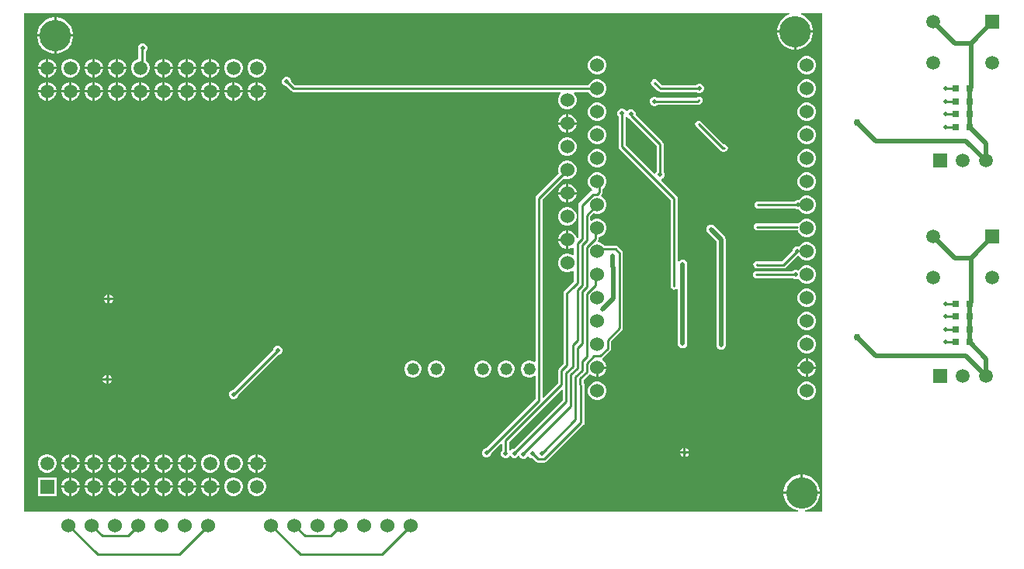
<source format=gbr>
%TF.GenerationSoftware,Altium Limited,Altium Designer,24.2.2 (26)*%
G04 Layer_Physical_Order=2*
G04 Layer_Color=16711680*
%FSLAX45Y45*%
%MOMM*%
%TF.SameCoordinates,E03CB206-BB87-4E68-BEA4-A169BFC7E2EA*%
%TF.FilePolarity,Positive*%
%TF.FileFunction,Copper,L2,Bot,Signal*%
%TF.Part,CustomerPanel*%
G01*
G75*
%TA.AperFunction,Conductor*%
%ADD12C,0.25400*%
%ADD17C,0.50800*%
%TA.AperFunction,ComponentPad*%
%ADD32C,1.52400*%
%ADD33C,1.50000*%
%ADD34R,1.50000X1.50000*%
%TA.AperFunction,ViaPad*%
%ADD35C,0.50800*%
%ADD36C,0.76200*%
%ADD37C,3.42900*%
%TA.AperFunction,ComponentPad*%
%ADD38R,1.52000X1.52000*%
%ADD39C,1.52000*%
%ADD40C,1.32080*%
%TA.AperFunction,SMDPad,CuDef*%
%ADD41R,0.80000X0.80000*%
G36*
X8976360Y3063240D02*
X8795173D01*
X8793922Y3075940D01*
X8812799Y3079695D01*
X8848623Y3094534D01*
X8880865Y3116077D01*
X8908283Y3143495D01*
X8929826Y3175737D01*
X8944665Y3211561D01*
X8952230Y3249592D01*
Y3256280D01*
X8558530D01*
Y3249592D01*
X8566095Y3211561D01*
X8580934Y3175737D01*
X8602477Y3143495D01*
X8629895Y3116077D01*
X8662137Y3094534D01*
X8697961Y3079695D01*
X8716838Y3075940D01*
X8715587Y3063240D01*
X279400D01*
Y8506460D01*
X8621116D01*
X8623642Y8493760D01*
X8591017Y8480246D01*
X8558775Y8458703D01*
X8531357Y8431285D01*
X8509814Y8399043D01*
X8494975Y8363219D01*
X8487410Y8325188D01*
Y8318500D01*
X8881110D01*
Y8325188D01*
X8873545Y8363219D01*
X8858706Y8399043D01*
X8837163Y8431285D01*
X8809745Y8458703D01*
X8777503Y8480246D01*
X8744878Y8493760D01*
X8747404Y8506460D01*
X8976360D01*
Y3063240D01*
D02*
G37*
%LPC*%
G36*
X634068Y8459470D02*
X627380D01*
Y8275320D01*
X811530D01*
Y8282008D01*
X803965Y8320039D01*
X789126Y8355863D01*
X767583Y8388105D01*
X740165Y8415523D01*
X707923Y8437066D01*
X672099Y8451905D01*
X634068Y8459470D01*
D02*
G37*
G36*
X601980D02*
X595292D01*
X557261Y8451905D01*
X521437Y8437066D01*
X489195Y8415523D01*
X461777Y8388105D01*
X440234Y8355863D01*
X425395Y8320039D01*
X417830Y8282008D01*
Y8275320D01*
X601980D01*
Y8459470D01*
D02*
G37*
G36*
X8881110Y8293100D02*
X8696960D01*
Y8108950D01*
X8703648D01*
X8741679Y8116515D01*
X8777503Y8131354D01*
X8809745Y8152897D01*
X8837163Y8180315D01*
X8858706Y8212557D01*
X8873545Y8248381D01*
X8881110Y8286412D01*
Y8293100D01*
D02*
G37*
G36*
X8671560D02*
X8487410D01*
Y8286412D01*
X8494975Y8248381D01*
X8509814Y8212557D01*
X8531357Y8180315D01*
X8558775Y8152897D01*
X8591017Y8131354D01*
X8626841Y8116515D01*
X8664872Y8108950D01*
X8671560D01*
Y8293100D01*
D02*
G37*
G36*
X811530Y8249920D02*
X627380D01*
Y8065770D01*
X634068D01*
X672099Y8073335D01*
X707923Y8088174D01*
X740165Y8109717D01*
X767583Y8137135D01*
X789126Y8169377D01*
X803965Y8205201D01*
X811530Y8243232D01*
Y8249920D01*
D02*
G37*
G36*
X601980D02*
X417830D01*
Y8243232D01*
X425395Y8205201D01*
X440234Y8169377D01*
X461777Y8137135D01*
X489195Y8109717D01*
X521437Y8088174D01*
X557261Y8073335D01*
X595292Y8065770D01*
X601980D01*
Y8249920D01*
D02*
G37*
G36*
X2319669Y8008420D02*
X2319020D01*
Y7919720D01*
X2407720D01*
Y7920369D01*
X2400810Y7946159D01*
X2387460Y7969281D01*
X2368581Y7988160D01*
X2345459Y8001510D01*
X2319669Y8008420D01*
D02*
G37*
G36*
X2065669D02*
X2065020D01*
Y7919720D01*
X2153720D01*
Y7920369D01*
X2146810Y7946159D01*
X2133460Y7969281D01*
X2114581Y7988160D01*
X2091459Y8001510D01*
X2065669Y8008420D01*
D02*
G37*
G36*
X1811669D02*
X1811020D01*
Y7919720D01*
X1899720D01*
Y7920369D01*
X1892810Y7946159D01*
X1879460Y7969281D01*
X1860581Y7988160D01*
X1837459Y8001510D01*
X1811669Y8008420D01*
D02*
G37*
G36*
X1303669D02*
X1303020D01*
Y7919720D01*
X1391720D01*
Y7920369D01*
X1384810Y7946159D01*
X1371460Y7969281D01*
X1352581Y7988160D01*
X1329459Y8001510D01*
X1303669Y8008420D01*
D02*
G37*
G36*
X1049669D02*
X1049020D01*
Y7919720D01*
X1137720D01*
Y7920369D01*
X1130810Y7946159D01*
X1117460Y7969281D01*
X1098581Y7988160D01*
X1075459Y8001510D01*
X1049669Y8008420D01*
D02*
G37*
G36*
X541669D02*
X541020D01*
Y7919720D01*
X629720D01*
Y7920369D01*
X622810Y7946159D01*
X609460Y7969281D01*
X590581Y7988160D01*
X567459Y8001510D01*
X541669Y8008420D01*
D02*
G37*
G36*
X1277620D02*
X1276971D01*
X1251181Y8001510D01*
X1228059Y7988160D01*
X1209180Y7969281D01*
X1195830Y7946159D01*
X1188920Y7920369D01*
Y7919720D01*
X1277620D01*
Y8008420D01*
D02*
G37*
G36*
X1023620D02*
X1022971D01*
X997181Y8001510D01*
X974059Y7988160D01*
X955180Y7969281D01*
X941830Y7946159D01*
X934920Y7920369D01*
Y7919720D01*
X1023620D01*
Y8008420D01*
D02*
G37*
G36*
X515620D02*
X514971D01*
X489181Y8001510D01*
X466059Y7988160D01*
X447180Y7969281D01*
X433830Y7946159D01*
X426920Y7920369D01*
Y7919720D01*
X515620D01*
Y8008420D01*
D02*
G37*
G36*
X2293620D02*
X2292971D01*
X2267181Y8001510D01*
X2244059Y7988160D01*
X2225180Y7969281D01*
X2211830Y7946159D01*
X2204920Y7920369D01*
Y7919720D01*
X2293620D01*
Y8008420D01*
D02*
G37*
G36*
X2039620D02*
X2038971D01*
X2013181Y8001510D01*
X1990059Y7988160D01*
X1971180Y7969281D01*
X1957830Y7946159D01*
X1950920Y7920369D01*
Y7919720D01*
X2039620D01*
Y8008420D01*
D02*
G37*
G36*
X1785620D02*
X1784971D01*
X1759181Y8001510D01*
X1736059Y7988160D01*
X1717180Y7969281D01*
X1703830Y7946159D01*
X1696920Y7920369D01*
Y7919720D01*
X1785620D01*
Y8008420D01*
D02*
G37*
G36*
X8824636Y8039100D02*
X8797884D01*
X8772044Y8032176D01*
X8748876Y8018800D01*
X8729960Y7999884D01*
X8716584Y7976716D01*
X8709660Y7950876D01*
Y7924124D01*
X8716584Y7898284D01*
X8729960Y7875116D01*
X8748876Y7856200D01*
X8772044Y7842824D01*
X8797884Y7835900D01*
X8824636D01*
X8850476Y7842824D01*
X8873644Y7856200D01*
X8892560Y7875116D01*
X8905936Y7898284D01*
X8912860Y7924124D01*
Y7950876D01*
X8905936Y7976716D01*
X8892560Y7999884D01*
X8873644Y8018800D01*
X8850476Y8032176D01*
X8824636Y8039100D01*
D02*
G37*
G36*
X6538636D02*
X6511884D01*
X6486044Y8032176D01*
X6462876Y8018800D01*
X6443960Y7999884D01*
X6430584Y7976716D01*
X6423660Y7950876D01*
Y7924124D01*
X6430584Y7898284D01*
X6443960Y7875116D01*
X6462876Y7856200D01*
X6486044Y7842824D01*
X6511884Y7835900D01*
X6538636D01*
X6564476Y7842824D01*
X6587644Y7856200D01*
X6606560Y7875116D01*
X6619936Y7898284D01*
X6626860Y7924124D01*
Y7950876D01*
X6619936Y7976716D01*
X6606560Y7999884D01*
X6587644Y8018800D01*
X6564476Y8032176D01*
X6538636Y8039100D01*
D02*
G37*
G36*
X2827669Y8008420D02*
X2800971D01*
X2775181Y8001510D01*
X2752059Y7988160D01*
X2733180Y7969281D01*
X2719830Y7946159D01*
X2712920Y7920369D01*
Y7893671D01*
X2719830Y7867881D01*
X2733180Y7844759D01*
X2752059Y7825880D01*
X2775181Y7812530D01*
X2800971Y7805620D01*
X2827669D01*
X2853459Y7812530D01*
X2876581Y7825880D01*
X2895460Y7844759D01*
X2908810Y7867881D01*
X2915720Y7893671D01*
Y7920369D01*
X2908810Y7946159D01*
X2895460Y7969281D01*
X2876581Y7988160D01*
X2853459Y8001510D01*
X2827669Y8008420D01*
D02*
G37*
G36*
X2573669D02*
X2546971D01*
X2521181Y8001510D01*
X2498059Y7988160D01*
X2479180Y7969281D01*
X2465830Y7946159D01*
X2458920Y7920369D01*
Y7893671D01*
X2465830Y7867881D01*
X2479180Y7844759D01*
X2498059Y7825880D01*
X2521181Y7812530D01*
X2546971Y7805620D01*
X2573669D01*
X2599459Y7812530D01*
X2622581Y7825880D01*
X2641460Y7844759D01*
X2654810Y7867881D01*
X2661720Y7893671D01*
Y7920369D01*
X2654810Y7946159D01*
X2641460Y7969281D01*
X2622581Y7988160D01*
X2599459Y8001510D01*
X2573669Y8008420D01*
D02*
G37*
G36*
X2407720Y7894320D02*
X2319020D01*
Y7805620D01*
X2319669D01*
X2345459Y7812530D01*
X2368581Y7825880D01*
X2387460Y7844759D01*
X2400810Y7867881D01*
X2407720Y7893671D01*
Y7894320D01*
D02*
G37*
G36*
X2293620D02*
X2204920D01*
Y7893671D01*
X2211830Y7867881D01*
X2225180Y7844759D01*
X2244059Y7825880D01*
X2267181Y7812530D01*
X2292971Y7805620D01*
X2293620D01*
Y7894320D01*
D02*
G37*
G36*
X2153720D02*
X2065020D01*
Y7805620D01*
X2065669D01*
X2091459Y7812530D01*
X2114581Y7825880D01*
X2133460Y7844759D01*
X2146810Y7867881D01*
X2153720Y7893671D01*
Y7894320D01*
D02*
G37*
G36*
X2039620D02*
X1950920D01*
Y7893671D01*
X1957830Y7867881D01*
X1971180Y7844759D01*
X1990059Y7825880D01*
X2013181Y7812530D01*
X2038971Y7805620D01*
X2039620D01*
Y7894320D01*
D02*
G37*
G36*
X1899720D02*
X1811020D01*
Y7805620D01*
X1811669D01*
X1837459Y7812530D01*
X1860581Y7825880D01*
X1879460Y7844759D01*
X1892810Y7867881D01*
X1899720Y7893671D01*
Y7894320D01*
D02*
G37*
G36*
X1785620D02*
X1696920D01*
Y7893671D01*
X1703830Y7867881D01*
X1717180Y7844759D01*
X1736059Y7825880D01*
X1759181Y7812530D01*
X1784971Y7805620D01*
X1785620D01*
Y7894320D01*
D02*
G37*
G36*
X1577285Y8176260D02*
X1557075D01*
X1538404Y8168526D01*
X1524114Y8154236D01*
X1516380Y8135565D01*
Y8115355D01*
X1523474Y8098229D01*
Y8006411D01*
X1505181Y8001510D01*
X1482059Y7988160D01*
X1463180Y7969281D01*
X1449830Y7946159D01*
X1442920Y7920369D01*
Y7893671D01*
X1449830Y7867881D01*
X1463180Y7844759D01*
X1482059Y7825880D01*
X1505181Y7812530D01*
X1530971Y7805620D01*
X1557669D01*
X1583459Y7812530D01*
X1606581Y7825880D01*
X1625460Y7844759D01*
X1638810Y7867881D01*
X1645720Y7893671D01*
Y7920369D01*
X1638810Y7946159D01*
X1625460Y7969281D01*
X1606581Y7988160D01*
X1601167Y7991286D01*
Y8087605D01*
X1610246Y8096684D01*
X1617980Y8115355D01*
Y8135565D01*
X1610246Y8154236D01*
X1595956Y8168526D01*
X1577285Y8176260D01*
D02*
G37*
G36*
X1391720Y7894320D02*
X1303020D01*
Y7805620D01*
X1303669D01*
X1329459Y7812530D01*
X1352581Y7825880D01*
X1371460Y7844759D01*
X1384810Y7867881D01*
X1391720Y7893671D01*
Y7894320D01*
D02*
G37*
G36*
X1277620D02*
X1188920D01*
Y7893671D01*
X1195830Y7867881D01*
X1209180Y7844759D01*
X1228059Y7825880D01*
X1251181Y7812530D01*
X1276971Y7805620D01*
X1277620D01*
Y7894320D01*
D02*
G37*
G36*
X1137720D02*
X1049020D01*
Y7805620D01*
X1049669D01*
X1075459Y7812530D01*
X1098581Y7825880D01*
X1117460Y7844759D01*
X1130810Y7867881D01*
X1137720Y7893671D01*
Y7894320D01*
D02*
G37*
G36*
X1023620D02*
X934920D01*
Y7893671D01*
X941830Y7867881D01*
X955180Y7844759D01*
X974059Y7825880D01*
X997181Y7812530D01*
X1022971Y7805620D01*
X1023620D01*
Y7894320D01*
D02*
G37*
G36*
X795669Y8008420D02*
X768971D01*
X743181Y8001510D01*
X720059Y7988160D01*
X701180Y7969281D01*
X687830Y7946159D01*
X680920Y7920369D01*
Y7893671D01*
X687830Y7867881D01*
X701180Y7844759D01*
X720059Y7825880D01*
X743181Y7812530D01*
X768971Y7805620D01*
X795669D01*
X821459Y7812530D01*
X844581Y7825880D01*
X863460Y7844759D01*
X876810Y7867881D01*
X883720Y7893671D01*
Y7920369D01*
X876810Y7946159D01*
X863460Y7969281D01*
X844581Y7988160D01*
X821459Y8001510D01*
X795669Y8008420D01*
D02*
G37*
G36*
X629720Y7894320D02*
X541020D01*
Y7805620D01*
X541669D01*
X567459Y7812530D01*
X590581Y7825880D01*
X609460Y7844759D01*
X622810Y7867881D01*
X629720Y7893671D01*
Y7894320D01*
D02*
G37*
G36*
X515620D02*
X426920D01*
Y7893671D01*
X433830Y7867881D01*
X447180Y7844759D01*
X466059Y7825880D01*
X489181Y7812530D01*
X514971Y7805620D01*
X515620D01*
Y7894320D01*
D02*
G37*
G36*
X2827669Y7754420D02*
X2827020D01*
Y7665720D01*
X2915720D01*
Y7666369D01*
X2908810Y7692159D01*
X2895460Y7715281D01*
X2876581Y7734160D01*
X2853459Y7747510D01*
X2827669Y7754420D01*
D02*
G37*
G36*
X2573669D02*
X2573020D01*
Y7665720D01*
X2661720D01*
Y7666369D01*
X2654810Y7692159D01*
X2641460Y7715281D01*
X2622581Y7734160D01*
X2599459Y7747510D01*
X2573669Y7754420D01*
D02*
G37*
G36*
X2319669D02*
X2319020D01*
Y7665720D01*
X2407720D01*
Y7666369D01*
X2400810Y7692159D01*
X2387460Y7715281D01*
X2368581Y7734160D01*
X2345459Y7747510D01*
X2319669Y7754420D01*
D02*
G37*
G36*
X2065669D02*
X2065020D01*
Y7665720D01*
X2153720D01*
Y7666369D01*
X2146810Y7692159D01*
X2133460Y7715281D01*
X2114581Y7734160D01*
X2091459Y7747510D01*
X2065669Y7754420D01*
D02*
G37*
G36*
X1811669D02*
X1811020D01*
Y7665720D01*
X1899720D01*
Y7666369D01*
X1892810Y7692159D01*
X1879460Y7715281D01*
X1860581Y7734160D01*
X1837459Y7747510D01*
X1811669Y7754420D01*
D02*
G37*
G36*
X1557669D02*
X1557020D01*
Y7665720D01*
X1645720D01*
Y7666369D01*
X1638810Y7692159D01*
X1625460Y7715281D01*
X1606581Y7734160D01*
X1583459Y7747510D01*
X1557669Y7754420D01*
D02*
G37*
G36*
X1303669D02*
X1303020D01*
Y7665720D01*
X1391720D01*
Y7666369D01*
X1384810Y7692159D01*
X1371460Y7715281D01*
X1352581Y7734160D01*
X1329459Y7747510D01*
X1303669Y7754420D01*
D02*
G37*
G36*
X1049669D02*
X1049020D01*
Y7665720D01*
X1137720D01*
Y7666369D01*
X1130810Y7692159D01*
X1117460Y7715281D01*
X1098581Y7734160D01*
X1075459Y7747510D01*
X1049669Y7754420D01*
D02*
G37*
G36*
X795669D02*
X795020D01*
Y7665720D01*
X883720D01*
Y7666369D01*
X876810Y7692159D01*
X863460Y7715281D01*
X844581Y7734160D01*
X821459Y7747510D01*
X795669Y7754420D01*
D02*
G37*
G36*
X541669D02*
X541020D01*
Y7665720D01*
X629720D01*
Y7666369D01*
X622810Y7692159D01*
X609460Y7715281D01*
X590581Y7734160D01*
X567459Y7747510D01*
X541669Y7754420D01*
D02*
G37*
G36*
X2801620D02*
X2800971D01*
X2775181Y7747510D01*
X2752059Y7734160D01*
X2733180Y7715281D01*
X2719830Y7692159D01*
X2712920Y7666369D01*
Y7665720D01*
X2801620D01*
Y7754420D01*
D02*
G37*
G36*
X2547620D02*
X2546971D01*
X2521181Y7747510D01*
X2498059Y7734160D01*
X2479180Y7715281D01*
X2465830Y7692159D01*
X2458920Y7666369D01*
Y7665720D01*
X2547620D01*
Y7754420D01*
D02*
G37*
G36*
X2293620D02*
X2292971D01*
X2267181Y7747510D01*
X2244059Y7734160D01*
X2225180Y7715281D01*
X2211830Y7692159D01*
X2204920Y7666369D01*
Y7665720D01*
X2293620D01*
Y7754420D01*
D02*
G37*
G36*
X2039620D02*
X2038971D01*
X2013181Y7747510D01*
X1990059Y7734160D01*
X1971180Y7715281D01*
X1957830Y7692159D01*
X1950920Y7666369D01*
Y7665720D01*
X2039620D01*
Y7754420D01*
D02*
G37*
G36*
X1785620D02*
X1784971D01*
X1759181Y7747510D01*
X1736059Y7734160D01*
X1717180Y7715281D01*
X1703830Y7692159D01*
X1696920Y7666369D01*
Y7665720D01*
X1785620D01*
Y7754420D01*
D02*
G37*
G36*
X1531620D02*
X1530971D01*
X1505181Y7747510D01*
X1482059Y7734160D01*
X1463180Y7715281D01*
X1449830Y7692159D01*
X1442920Y7666369D01*
Y7665720D01*
X1531620D01*
Y7754420D01*
D02*
G37*
G36*
X1277620D02*
X1276971D01*
X1251181Y7747510D01*
X1228059Y7734160D01*
X1209180Y7715281D01*
X1195830Y7692159D01*
X1188920Y7666369D01*
Y7665720D01*
X1277620D01*
Y7754420D01*
D02*
G37*
G36*
X1023620D02*
X1022971D01*
X997181Y7747510D01*
X974059Y7734160D01*
X955180Y7715281D01*
X941830Y7692159D01*
X934920Y7666369D01*
Y7665720D01*
X1023620D01*
Y7754420D01*
D02*
G37*
G36*
X769620D02*
X768971D01*
X743181Y7747510D01*
X720059Y7734160D01*
X701180Y7715281D01*
X687830Y7692159D01*
X680920Y7666369D01*
Y7665720D01*
X769620D01*
Y7754420D01*
D02*
G37*
G36*
X515620D02*
X514971D01*
X489181Y7747510D01*
X466059Y7734160D01*
X447180Y7715281D01*
X433830Y7692159D01*
X426920Y7666369D01*
Y7665720D01*
X515620D01*
Y7754420D01*
D02*
G37*
G36*
X7152640Y7785847D02*
X7137774Y7782889D01*
X7125171Y7774469D01*
X7123901Y7773199D01*
X7115481Y7760596D01*
X7112523Y7745730D01*
X7115481Y7730864D01*
X7123901Y7718261D01*
X7131556Y7713147D01*
X7188671Y7656031D01*
X7201274Y7647611D01*
X7216140Y7644653D01*
X7607324D01*
X7611544Y7640434D01*
X7630215Y7632700D01*
X7650425D01*
X7669096Y7640434D01*
X7683386Y7654724D01*
X7691120Y7673395D01*
Y7693605D01*
X7683386Y7712276D01*
X7669096Y7726566D01*
X7650425Y7734300D01*
X7630215D01*
X7611544Y7726566D01*
X7607324Y7722347D01*
X7232231D01*
X7180109Y7774469D01*
X7167506Y7782889D01*
X7152640Y7785847D01*
D02*
G37*
G36*
X8824636Y7785100D02*
X8797884D01*
X8772044Y7778176D01*
X8748876Y7764800D01*
X8729960Y7745884D01*
X8716584Y7722716D01*
X8709660Y7696876D01*
Y7670124D01*
X8716584Y7644284D01*
X8729960Y7621116D01*
X8748876Y7602200D01*
X8772044Y7588824D01*
X8797884Y7581900D01*
X8824636D01*
X8850476Y7588824D01*
X8873644Y7602200D01*
X8892560Y7621116D01*
X8905936Y7644284D01*
X8912860Y7670124D01*
Y7696876D01*
X8905936Y7722716D01*
X8892560Y7745884D01*
X8873644Y7764800D01*
X8850476Y7778176D01*
X8824636Y7785100D01*
D02*
G37*
G36*
X3149545Y7810500D02*
X3129335D01*
X3110664Y7802766D01*
X3096374Y7788476D01*
X3088640Y7769805D01*
Y7749595D01*
X3096374Y7730924D01*
X3110664Y7716634D01*
X3129335Y7708900D01*
X3135303D01*
X3189441Y7654761D01*
X3202044Y7646341D01*
X3216910Y7643383D01*
X6125379D01*
X6130639Y7630683D01*
X6118840Y7618884D01*
X6105464Y7595716D01*
X6098540Y7569876D01*
Y7543124D01*
X6105464Y7517284D01*
X6118840Y7494116D01*
X6137756Y7475200D01*
X6160924Y7461824D01*
X6186764Y7454900D01*
X6213516D01*
X6239356Y7461824D01*
X6262524Y7475200D01*
X6281440Y7494116D01*
X6294816Y7517284D01*
X6301740Y7543124D01*
Y7569876D01*
X6294816Y7595716D01*
X6281440Y7618884D01*
X6269641Y7630683D01*
X6274901Y7643383D01*
X6431104D01*
X6443960Y7621116D01*
X6462876Y7602200D01*
X6486044Y7588824D01*
X6511884Y7581900D01*
X6538636D01*
X6564476Y7588824D01*
X6587644Y7602200D01*
X6606560Y7621116D01*
X6619936Y7644284D01*
X6626860Y7670124D01*
Y7696876D01*
X6619936Y7722716D01*
X6606560Y7745884D01*
X6587644Y7764800D01*
X6564476Y7778176D01*
X6538636Y7785100D01*
X6511884D01*
X6486044Y7778176D01*
X6462876Y7764800D01*
X6443960Y7745884D01*
X6430584Y7722716D01*
X6430144Y7721077D01*
X3233001D01*
X3190240Y7763837D01*
Y7769805D01*
X3182506Y7788476D01*
X3168216Y7802766D01*
X3149545Y7810500D01*
D02*
G37*
G36*
X2915720Y7640320D02*
X2827020D01*
Y7551620D01*
X2827669D01*
X2853459Y7558530D01*
X2876581Y7571880D01*
X2895460Y7590759D01*
X2908810Y7613881D01*
X2915720Y7639671D01*
Y7640320D01*
D02*
G37*
G36*
X2801620D02*
X2712920D01*
Y7639671D01*
X2719830Y7613881D01*
X2733180Y7590759D01*
X2752059Y7571880D01*
X2775181Y7558530D01*
X2800971Y7551620D01*
X2801620D01*
Y7640320D01*
D02*
G37*
G36*
X2661720D02*
X2573020D01*
Y7551620D01*
X2573669D01*
X2599459Y7558530D01*
X2622581Y7571880D01*
X2641460Y7590759D01*
X2654810Y7613881D01*
X2661720Y7639671D01*
Y7640320D01*
D02*
G37*
G36*
X2547620D02*
X2458920D01*
Y7639671D01*
X2465830Y7613881D01*
X2479180Y7590759D01*
X2498059Y7571880D01*
X2521181Y7558530D01*
X2546971Y7551620D01*
X2547620D01*
Y7640320D01*
D02*
G37*
G36*
X2407720D02*
X2319020D01*
Y7551620D01*
X2319669D01*
X2345459Y7558530D01*
X2368581Y7571880D01*
X2387460Y7590759D01*
X2400810Y7613881D01*
X2407720Y7639671D01*
Y7640320D01*
D02*
G37*
G36*
X2293620D02*
X2204920D01*
Y7639671D01*
X2211830Y7613881D01*
X2225180Y7590759D01*
X2244059Y7571880D01*
X2267181Y7558530D01*
X2292971Y7551620D01*
X2293620D01*
Y7640320D01*
D02*
G37*
G36*
X2153720D02*
X2065020D01*
Y7551620D01*
X2065669D01*
X2091459Y7558530D01*
X2114581Y7571880D01*
X2133460Y7590759D01*
X2146810Y7613881D01*
X2153720Y7639671D01*
Y7640320D01*
D02*
G37*
G36*
X2039620D02*
X1950920D01*
Y7639671D01*
X1957830Y7613881D01*
X1971180Y7590759D01*
X1990059Y7571880D01*
X2013181Y7558530D01*
X2038971Y7551620D01*
X2039620D01*
Y7640320D01*
D02*
G37*
G36*
X1899720D02*
X1811020D01*
Y7551620D01*
X1811669D01*
X1837459Y7558530D01*
X1860581Y7571880D01*
X1879460Y7590759D01*
X1892810Y7613881D01*
X1899720Y7639671D01*
Y7640320D01*
D02*
G37*
G36*
X1785620D02*
X1696920D01*
Y7639671D01*
X1703830Y7613881D01*
X1717180Y7590759D01*
X1736059Y7571880D01*
X1759181Y7558530D01*
X1784971Y7551620D01*
X1785620D01*
Y7640320D01*
D02*
G37*
G36*
X1645720D02*
X1557020D01*
Y7551620D01*
X1557669D01*
X1583459Y7558530D01*
X1606581Y7571880D01*
X1625460Y7590759D01*
X1638810Y7613881D01*
X1645720Y7639671D01*
Y7640320D01*
D02*
G37*
G36*
X1531620D02*
X1442920D01*
Y7639671D01*
X1449830Y7613881D01*
X1463180Y7590759D01*
X1482059Y7571880D01*
X1505181Y7558530D01*
X1530971Y7551620D01*
X1531620D01*
Y7640320D01*
D02*
G37*
G36*
X1391720D02*
X1303020D01*
Y7551620D01*
X1303669D01*
X1329459Y7558530D01*
X1352581Y7571880D01*
X1371460Y7590759D01*
X1384810Y7613881D01*
X1391720Y7639671D01*
Y7640320D01*
D02*
G37*
G36*
X1277620D02*
X1188920D01*
Y7639671D01*
X1195830Y7613881D01*
X1209180Y7590759D01*
X1228059Y7571880D01*
X1251181Y7558530D01*
X1276971Y7551620D01*
X1277620D01*
Y7640320D01*
D02*
G37*
G36*
X1137720D02*
X1049020D01*
Y7551620D01*
X1049669D01*
X1075459Y7558530D01*
X1098581Y7571880D01*
X1117460Y7590759D01*
X1130810Y7613881D01*
X1137720Y7639671D01*
Y7640320D01*
D02*
G37*
G36*
X1023620D02*
X934920D01*
Y7639671D01*
X941830Y7613881D01*
X955180Y7590759D01*
X974059Y7571880D01*
X997181Y7558530D01*
X1022971Y7551620D01*
X1023620D01*
Y7640320D01*
D02*
G37*
G36*
X883720D02*
X795020D01*
Y7551620D01*
X795669D01*
X821459Y7558530D01*
X844581Y7571880D01*
X863460Y7590759D01*
X876810Y7613881D01*
X883720Y7639671D01*
Y7640320D01*
D02*
G37*
G36*
X769620D02*
X680920D01*
Y7639671D01*
X687830Y7613881D01*
X701180Y7590759D01*
X720059Y7571880D01*
X743181Y7558530D01*
X768971Y7551620D01*
X769620D01*
Y7640320D01*
D02*
G37*
G36*
X629720D02*
X541020D01*
Y7551620D01*
X541669D01*
X567459Y7558530D01*
X590581Y7571880D01*
X609460Y7590759D01*
X622810Y7613881D01*
X629720Y7639671D01*
Y7640320D01*
D02*
G37*
G36*
X515620D02*
X426920D01*
Y7639671D01*
X433830Y7613881D01*
X447180Y7590759D01*
X466059Y7571880D01*
X489181Y7558530D01*
X514971Y7551620D01*
X515620D01*
Y7640320D01*
D02*
G37*
G36*
X7160205Y7594600D02*
X7139995D01*
X7121324Y7586866D01*
X7107034Y7572576D01*
X7099300Y7553905D01*
Y7533695D01*
X7107034Y7515024D01*
X7121324Y7500734D01*
X7139995Y7493000D01*
X7160205D01*
X7178876Y7500734D01*
X7183096Y7504953D01*
X7626726D01*
X7641592Y7507911D01*
X7654194Y7516331D01*
X7664355Y7526491D01*
X7672775Y7539094D01*
X7675732Y7553960D01*
X7672775Y7568826D01*
X7664355Y7581429D01*
X7651752Y7589849D01*
X7636886Y7592807D01*
X7622020Y7589849D01*
X7611240Y7582647D01*
X7183096D01*
X7178876Y7586866D01*
X7160205Y7594600D01*
D02*
G37*
G36*
X8824636Y7531100D02*
X8797884D01*
X8772044Y7524176D01*
X8748876Y7510800D01*
X8729960Y7491884D01*
X8716584Y7468716D01*
X8709660Y7442876D01*
Y7416124D01*
X8716584Y7390284D01*
X8729960Y7367116D01*
X8748876Y7348200D01*
X8772044Y7334824D01*
X8797884Y7327900D01*
X8824636D01*
X8850476Y7334824D01*
X8873644Y7348200D01*
X8892560Y7367116D01*
X8905936Y7390284D01*
X8912860Y7416124D01*
Y7442876D01*
X8905936Y7468716D01*
X8892560Y7491884D01*
X8873644Y7510800D01*
X8850476Y7524176D01*
X8824636Y7531100D01*
D02*
G37*
G36*
X6538636D02*
X6511884D01*
X6486044Y7524176D01*
X6462876Y7510800D01*
X6443960Y7491884D01*
X6430584Y7468716D01*
X6423660Y7442876D01*
Y7416124D01*
X6430584Y7390284D01*
X6443960Y7367116D01*
X6462876Y7348200D01*
X6486044Y7334824D01*
X6511884Y7327900D01*
X6538636D01*
X6564476Y7334824D01*
X6587644Y7348200D01*
X6606560Y7367116D01*
X6619936Y7390284D01*
X6626860Y7416124D01*
Y7442876D01*
X6619936Y7468716D01*
X6606560Y7491884D01*
X6587644Y7510800D01*
X6564476Y7524176D01*
X6538636Y7531100D01*
D02*
G37*
G36*
X6213516Y7404100D02*
X6212840D01*
Y7315200D01*
X6301740D01*
Y7315876D01*
X6294816Y7341716D01*
X6281440Y7364884D01*
X6262524Y7383800D01*
X6239356Y7397176D01*
X6213516Y7404100D01*
D02*
G37*
G36*
X6187440D02*
X6186764D01*
X6160924Y7397176D01*
X6137756Y7383800D01*
X6118840Y7364884D01*
X6105464Y7341716D01*
X6098540Y7315876D01*
Y7315200D01*
X6187440D01*
Y7404100D01*
D02*
G37*
G36*
X6301740Y7289800D02*
X6212840D01*
Y7200900D01*
X6213516D01*
X6239356Y7207824D01*
X6262524Y7221200D01*
X6281440Y7240116D01*
X6294816Y7263284D01*
X6301740Y7289124D01*
Y7289800D01*
D02*
G37*
G36*
X6187440D02*
X6098540D01*
Y7289124D01*
X6105464Y7263284D01*
X6118840Y7240116D01*
X6137756Y7221200D01*
X6160924Y7207824D01*
X6186764Y7200900D01*
X6187440D01*
Y7289800D01*
D02*
G37*
G36*
X8824636Y7277100D02*
X8797884D01*
X8772044Y7270176D01*
X8748876Y7256800D01*
X8729960Y7237884D01*
X8716584Y7214716D01*
X8709660Y7188876D01*
Y7162124D01*
X8716584Y7136284D01*
X8729960Y7113116D01*
X8748876Y7094200D01*
X8772044Y7080824D01*
X8797884Y7073900D01*
X8824636D01*
X8850476Y7080824D01*
X8873644Y7094200D01*
X8892560Y7113116D01*
X8905936Y7136284D01*
X8912860Y7162124D01*
Y7188876D01*
X8905936Y7214716D01*
X8892560Y7237884D01*
X8873644Y7256800D01*
X8850476Y7270176D01*
X8824636Y7277100D01*
D02*
G37*
G36*
X6538636D02*
X6511884D01*
X6486044Y7270176D01*
X6462876Y7256800D01*
X6443960Y7237884D01*
X6430584Y7214716D01*
X6423660Y7188876D01*
Y7162124D01*
X6430584Y7136284D01*
X6443960Y7113116D01*
X6462876Y7094200D01*
X6486044Y7080824D01*
X6511884Y7073900D01*
X6538636D01*
X6564476Y7080824D01*
X6587644Y7094200D01*
X6606560Y7113116D01*
X6619936Y7136284D01*
X6626860Y7162124D01*
Y7188876D01*
X6619936Y7214716D01*
X6606560Y7237884D01*
X6587644Y7256800D01*
X6564476Y7270176D01*
X6538636Y7277100D01*
D02*
G37*
G36*
X7631562Y7332324D02*
X7616696Y7329367D01*
X7604094Y7320946D01*
X7595673Y7308344D01*
X7592716Y7293478D01*
X7595673Y7278612D01*
X7604094Y7266009D01*
X7864423Y7005680D01*
X7877026Y6997259D01*
X7891892Y6994302D01*
X7912212D01*
X7927078Y6997259D01*
X7939680Y7005680D01*
X7948101Y7018282D01*
X7951058Y7033148D01*
X7948101Y7048014D01*
X7939680Y7060617D01*
X7927078Y7069038D01*
X7912212Y7071995D01*
X7907982D01*
X7659031Y7320946D01*
X7646428Y7329367D01*
X7631562Y7332324D01*
D02*
G37*
G36*
X6213516Y7150100D02*
X6186764D01*
X6160924Y7143176D01*
X6137756Y7129800D01*
X6118840Y7110884D01*
X6105464Y7087716D01*
X6098540Y7061876D01*
Y7035124D01*
X6105464Y7009284D01*
X6118840Y6986116D01*
X6137756Y6967200D01*
X6160924Y6953824D01*
X6186764Y6946900D01*
X6213516D01*
X6239356Y6953824D01*
X6262524Y6967200D01*
X6281440Y6986116D01*
X6294816Y7009284D01*
X6301740Y7035124D01*
Y7061876D01*
X6294816Y7087716D01*
X6281440Y7110884D01*
X6262524Y7129800D01*
X6239356Y7143176D01*
X6213516Y7150100D01*
D02*
G37*
G36*
X8824636Y7023100D02*
X8797884D01*
X8772044Y7016176D01*
X8748876Y7002800D01*
X8729960Y6983884D01*
X8716584Y6960716D01*
X8709660Y6934876D01*
Y6908124D01*
X8716584Y6882284D01*
X8729960Y6859116D01*
X8748876Y6840200D01*
X8772044Y6826824D01*
X8797884Y6819900D01*
X8824636D01*
X8850476Y6826824D01*
X8873644Y6840200D01*
X8892560Y6859116D01*
X8905936Y6882284D01*
X8912860Y6908124D01*
Y6934876D01*
X8905936Y6960716D01*
X8892560Y6983884D01*
X8873644Y7002800D01*
X8850476Y7016176D01*
X8824636Y7023100D01*
D02*
G37*
G36*
X6538636D02*
X6511884D01*
X6486044Y7016176D01*
X6462876Y7002800D01*
X6443960Y6983884D01*
X6430584Y6960716D01*
X6423660Y6934876D01*
Y6908124D01*
X6430584Y6882284D01*
X6443960Y6859116D01*
X6462876Y6840200D01*
X6486044Y6826824D01*
X6511884Y6819900D01*
X6538636D01*
X6564476Y6826824D01*
X6587644Y6840200D01*
X6606560Y6859116D01*
X6619936Y6882284D01*
X6626860Y6908124D01*
Y6934876D01*
X6619936Y6960716D01*
X6606560Y6983884D01*
X6587644Y7002800D01*
X6564476Y7016176D01*
X6538636Y7023100D01*
D02*
G37*
G36*
X8824636Y6769100D02*
X8797884D01*
X8772044Y6762176D01*
X8748876Y6748800D01*
X8729960Y6729884D01*
X8716584Y6706716D01*
X8709660Y6680876D01*
Y6654124D01*
X8716584Y6628284D01*
X8729960Y6605116D01*
X8748876Y6586200D01*
X8772044Y6572824D01*
X8797884Y6565900D01*
X8824636D01*
X8850476Y6572824D01*
X8873644Y6586200D01*
X8892560Y6605116D01*
X8905936Y6628284D01*
X8912860Y6654124D01*
Y6680876D01*
X8905936Y6706716D01*
X8892560Y6729884D01*
X8873644Y6748800D01*
X8850476Y6762176D01*
X8824636Y6769100D01*
D02*
G37*
G36*
X6213516Y6642100D02*
X6212840D01*
Y6553200D01*
X6301740D01*
Y6553876D01*
X6294816Y6579716D01*
X6281440Y6602884D01*
X6262524Y6621800D01*
X6239356Y6635176D01*
X6213516Y6642100D01*
D02*
G37*
G36*
X6187440D02*
X6186764D01*
X6160924Y6635176D01*
X6137756Y6621800D01*
X6118840Y6602884D01*
X6105464Y6579716D01*
X6098540Y6553876D01*
Y6553200D01*
X6187440D01*
Y6642100D01*
D02*
G37*
G36*
X6301740Y6527800D02*
X6212840D01*
Y6438900D01*
X6213516D01*
X6239356Y6445824D01*
X6262524Y6459200D01*
X6281440Y6478116D01*
X6294816Y6501284D01*
X6301740Y6527124D01*
Y6527800D01*
D02*
G37*
G36*
X6187440D02*
X6098540D01*
Y6527124D01*
X6105464Y6501284D01*
X6118840Y6478116D01*
X6137756Y6459200D01*
X6160924Y6445824D01*
X6186764Y6438900D01*
X6187440D01*
Y6527800D01*
D02*
G37*
G36*
X8824636Y6515100D02*
X8797884D01*
X8772044Y6508176D01*
X8748876Y6494800D01*
X8729960Y6475884D01*
X8723272Y6464300D01*
X8704635D01*
X8685964Y6456566D01*
X8681744Y6452347D01*
X8282940D01*
X8268074Y6449389D01*
X8255471Y6440969D01*
X8253043Y6438540D01*
X8244622Y6425938D01*
X8241665Y6411072D01*
X8244622Y6396206D01*
X8253043Y6383603D01*
X8265646Y6375182D01*
X8280512Y6372225D01*
X8292719Y6374653D01*
X8681744D01*
X8685964Y6370434D01*
X8704635Y6362700D01*
X8723272D01*
X8729960Y6351116D01*
X8748876Y6332200D01*
X8772044Y6318824D01*
X8797884Y6311900D01*
X8824636D01*
X8850476Y6318824D01*
X8873644Y6332200D01*
X8892560Y6351116D01*
X8905936Y6374284D01*
X8912860Y6400124D01*
Y6426876D01*
X8905936Y6452716D01*
X8892560Y6475884D01*
X8873644Y6494800D01*
X8850476Y6508176D01*
X8824636Y6515100D01*
D02*
G37*
G36*
X6213516Y6896100D02*
X6186764D01*
X6160924Y6889176D01*
X6137756Y6875800D01*
X6118840Y6856884D01*
X6105464Y6833716D01*
X6098540Y6807876D01*
Y6781124D01*
X6105464Y6755284D01*
X6105655Y6754952D01*
X5862791Y6512089D01*
X5854371Y6499486D01*
X5851413Y6484620D01*
Y4700782D01*
X5838713Y4695481D01*
X5821415Y4705468D01*
X5798158Y4711700D01*
X5774082D01*
X5750825Y4705468D01*
X5729975Y4693430D01*
X5712950Y4676405D01*
X5700912Y4655555D01*
X5694680Y4632298D01*
Y4608222D01*
X5700912Y4584965D01*
X5712950Y4564115D01*
X5729975Y4547090D01*
X5750825Y4535052D01*
X5774082Y4528820D01*
X5798158D01*
X5821415Y4535052D01*
X5838713Y4545039D01*
X5851413Y4539738D01*
Y4288371D01*
X5316655Y3753612D01*
X5310687D01*
X5292016Y3745878D01*
X5277726Y3731588D01*
X5269992Y3712917D01*
Y3692707D01*
X5277726Y3674036D01*
X5292016Y3659746D01*
X5310687Y3652012D01*
X5330897D01*
X5349568Y3659746D01*
X5363858Y3674036D01*
X5371592Y3692707D01*
Y3698675D01*
X5476460Y3803543D01*
X5488193Y3798683D01*
Y3728696D01*
X5483974Y3724476D01*
X5476240Y3705805D01*
Y3685595D01*
X5483974Y3666924D01*
X5498264Y3652634D01*
X5516935Y3644900D01*
X5537145D01*
X5555816Y3652634D01*
X5569543Y3666361D01*
X5570741Y3666978D01*
X5584357Y3668141D01*
X5594784Y3657714D01*
X5613455Y3649980D01*
X5633665D01*
X5652336Y3657714D01*
X5663071Y3668449D01*
X5675891Y3667325D01*
X5677652Y3666436D01*
X5679554Y3661844D01*
X5693844Y3647554D01*
X5712515Y3639820D01*
X5732725D01*
X5751396Y3647554D01*
X5765686Y3661844D01*
X5766078Y3662790D01*
X5779731Y3662565D01*
X5792554Y3649743D01*
X5811225Y3642009D01*
X5817893D01*
X5850091Y3609811D01*
X5862694Y3601391D01*
X5877560Y3598433D01*
X5949584D01*
X5964450Y3601391D01*
X5977053Y3609811D01*
X6376920Y4009679D01*
X6385341Y4022281D01*
X6388298Y4037147D01*
Y4444467D01*
X6385341Y4459332D01*
X6380500Y4466577D01*
Y4499303D01*
X6438429Y4557231D01*
X6439812Y4559303D01*
X6456163Y4560913D01*
X6462876Y4554200D01*
X6486044Y4540824D01*
X6511884Y4533900D01*
X6512560D01*
Y4635500D01*
X6525260D01*
Y4648200D01*
X6626860D01*
Y4648876D01*
X6619936Y4674716D01*
X6606560Y4697884D01*
X6587644Y4716800D01*
X6585125Y4718254D01*
X6584636Y4733202D01*
X6587374Y4735031D01*
X6667029Y4814686D01*
X6675449Y4827289D01*
X6678407Y4842154D01*
Y4920755D01*
X6796569Y5038917D01*
X6804989Y5051520D01*
X6807947Y5066386D01*
Y5883722D01*
X6804989Y5898588D01*
X6796569Y5911191D01*
X6751931Y5955829D01*
X6739328Y5964249D01*
X6724462Y5967207D01*
X6606951D01*
X6606560Y5967884D01*
X6587644Y5986800D01*
X6564476Y6000176D01*
X6538636Y6007100D01*
X6535992D01*
X6532165Y6019800D01*
X6539204Y6030334D01*
X6542161Y6045200D01*
Y6058845D01*
X6564476Y6064824D01*
X6587644Y6078200D01*
X6606560Y6097116D01*
X6619936Y6120284D01*
X6626860Y6146124D01*
Y6172876D01*
X6619936Y6198716D01*
X6606560Y6221884D01*
X6587644Y6240800D01*
X6564476Y6254176D01*
X6538636Y6261100D01*
X6511884D01*
X6486044Y6254176D01*
X6462876Y6240800D01*
X6461540Y6239464D01*
X6449807Y6244324D01*
Y6283109D01*
X6485712Y6319015D01*
X6486044Y6318824D01*
X6511884Y6311900D01*
X6538636D01*
X6564476Y6318824D01*
X6587644Y6332200D01*
X6606560Y6351116D01*
X6619936Y6374284D01*
X6626860Y6400124D01*
Y6426876D01*
X6619936Y6452716D01*
X6606560Y6475884D01*
X6587644Y6494800D01*
X6571198Y6504295D01*
X6568433Y6519490D01*
X6574674Y6525731D01*
X6583095Y6538334D01*
X6586052Y6553200D01*
Y6585281D01*
X6587644Y6586200D01*
X6606560Y6605116D01*
X6619936Y6628284D01*
X6626860Y6654124D01*
Y6680876D01*
X6619936Y6706716D01*
X6606560Y6729884D01*
X6587644Y6748800D01*
X6564476Y6762176D01*
X6538636Y6769100D01*
X6511884D01*
X6486044Y6762176D01*
X6462876Y6748800D01*
X6443960Y6729884D01*
X6430584Y6706716D01*
X6423660Y6680876D01*
Y6654124D01*
X6430584Y6628284D01*
X6443960Y6605116D01*
X6462876Y6586200D01*
X6475237Y6579063D01*
X6473027Y6565674D01*
X6463048Y6563689D01*
X6450446Y6555269D01*
X6332691Y6437514D01*
X6324271Y6424911D01*
X6321313Y6410046D01*
Y6061819D01*
X6312877Y6053382D01*
X6298712Y6057178D01*
X6294816Y6071716D01*
X6281440Y6094884D01*
X6262524Y6113800D01*
X6239356Y6127176D01*
X6213516Y6134100D01*
X6212840D01*
Y6032500D01*
Y5930900D01*
X6213516D01*
X6239356Y5937824D01*
X6257813Y5948480D01*
X6270513Y5942338D01*
Y5868662D01*
X6257813Y5862520D01*
X6239356Y5873176D01*
X6213516Y5880100D01*
X6186764D01*
X6160924Y5873176D01*
X6137756Y5859800D01*
X6118840Y5840884D01*
X6105464Y5817716D01*
X6098540Y5791876D01*
Y5765124D01*
X6105464Y5739284D01*
X6118840Y5716116D01*
X6137756Y5697200D01*
X6160924Y5683824D01*
X6186764Y5676900D01*
X6213516D01*
X6239356Y5683824D01*
X6257813Y5694480D01*
X6270513Y5688338D01*
Y5574860D01*
X6231091Y5535438D01*
X6230028Y5533846D01*
X6169583Y5473401D01*
X6161162Y5460799D01*
X6158205Y5445933D01*
Y4674252D01*
X6110984Y4627027D01*
X6106465Y4620263D01*
X6102564Y4614425D01*
X6102564Y4614424D01*
X6102564Y4614423D01*
X6101479Y4608971D01*
X6099607Y4599559D01*
Y4464723D01*
X5940840Y4305956D01*
X5929107Y4310816D01*
Y6468529D01*
X6160592Y6700015D01*
X6160924Y6699824D01*
X6186764Y6692900D01*
X6213516D01*
X6239356Y6699824D01*
X6262524Y6713200D01*
X6281440Y6732116D01*
X6294816Y6755284D01*
X6301740Y6781124D01*
Y6807876D01*
X6294816Y6833716D01*
X6281440Y6856884D01*
X6262524Y6875800D01*
X6239356Y6889176D01*
X6213516Y6896100D01*
D02*
G37*
G36*
X8824636Y6261100D02*
X8797884D01*
X8772044Y6254176D01*
X8748876Y6240800D01*
X8729960Y6221884D01*
X8721347Y6206967D01*
X8720716Y6206819D01*
X8705850Y6209777D01*
X8281705D01*
X8275320Y6211047D01*
X8271886D01*
X8257020Y6208089D01*
X8244417Y6199669D01*
X8235996Y6187066D01*
X8233039Y6172200D01*
X8235996Y6157334D01*
X8244417Y6144731D01*
X8257020Y6136311D01*
X8261012Y6135517D01*
X8261724Y6135041D01*
X8276590Y6132083D01*
X8705850D01*
X8713039Y6133514D01*
X8716584Y6120284D01*
X8729960Y6097116D01*
X8748876Y6078200D01*
X8772044Y6064824D01*
X8797884Y6057900D01*
X8824636D01*
X8850476Y6064824D01*
X8873644Y6078200D01*
X8892560Y6097116D01*
X8905936Y6120284D01*
X8912860Y6146124D01*
Y6172876D01*
X8905936Y6198716D01*
X8892560Y6221884D01*
X8873644Y6240800D01*
X8850476Y6254176D01*
X8824636Y6261100D01*
D02*
G37*
G36*
X6213516Y6388100D02*
X6186764D01*
X6160924Y6381176D01*
X6137756Y6367800D01*
X6118840Y6348884D01*
X6105464Y6325716D01*
X6098540Y6299876D01*
Y6273124D01*
X6105464Y6247284D01*
X6118840Y6224116D01*
X6137756Y6205200D01*
X6160924Y6191824D01*
X6186764Y6184900D01*
X6213516D01*
X6239356Y6191824D01*
X6262524Y6205200D01*
X6281440Y6224116D01*
X6294816Y6247284D01*
X6301740Y6273124D01*
Y6299876D01*
X6294816Y6325716D01*
X6281440Y6348884D01*
X6262524Y6367800D01*
X6239356Y6381176D01*
X6213516Y6388100D01*
D02*
G37*
G36*
X6187440Y6134100D02*
X6186764D01*
X6160924Y6127176D01*
X6137756Y6113800D01*
X6118840Y6094884D01*
X6105464Y6071716D01*
X6098540Y6045876D01*
Y6045200D01*
X6187440D01*
Y6134100D01*
D02*
G37*
G36*
X8824636Y6007100D02*
X8797884D01*
X8772044Y6000176D01*
X8748876Y5986800D01*
X8729960Y5967884D01*
X8721615Y5953430D01*
X8714685Y5956300D01*
X8694475D01*
X8675804Y5948566D01*
X8661514Y5934276D01*
X8653780Y5915605D01*
Y5909637D01*
X8541169Y5797027D01*
X8280019D01*
X8267812Y5799455D01*
X8252946Y5796498D01*
X8240343Y5788077D01*
X8231922Y5775474D01*
X8228965Y5760608D01*
X8231922Y5745742D01*
X8240343Y5733140D01*
X8242771Y5730711D01*
X8255374Y5722291D01*
X8270240Y5719333D01*
X8557260D01*
X8572126Y5722291D01*
X8584729Y5730711D01*
X8708717Y5854700D01*
X8714685D01*
X8721615Y5857570D01*
X8729960Y5843116D01*
X8748876Y5824200D01*
X8772044Y5810824D01*
X8797884Y5803900D01*
X8824636D01*
X8850476Y5810824D01*
X8873644Y5824200D01*
X8892560Y5843116D01*
X8905936Y5866284D01*
X8912860Y5892124D01*
Y5918876D01*
X8905936Y5944716D01*
X8892560Y5967884D01*
X8873644Y5986800D01*
X8850476Y6000176D01*
X8824636Y6007100D01*
D02*
G37*
G36*
X6187440Y6019800D02*
X6098540D01*
Y6019124D01*
X6105464Y5993284D01*
X6118840Y5970116D01*
X6137756Y5951200D01*
X6160924Y5937824D01*
X6186764Y5930900D01*
X6187440D01*
Y6019800D01*
D02*
G37*
G36*
X8824636Y5753100D02*
X8797884D01*
X8772044Y5746176D01*
X8748876Y5732800D01*
X8729960Y5713884D01*
X8718863Y5694665D01*
X8718116Y5694566D01*
X8699445Y5702300D01*
X8679235D01*
X8660564Y5694566D01*
X8656344Y5690347D01*
X8265160D01*
X8250294Y5687389D01*
X8237691Y5678969D01*
X8235263Y5676540D01*
X8226842Y5663938D01*
X8223885Y5649072D01*
X8226842Y5634206D01*
X8235263Y5621603D01*
X8247866Y5613182D01*
X8262732Y5610225D01*
X8274939Y5612653D01*
X8656344D01*
X8660564Y5608434D01*
X8679235Y5600700D01*
X8699445D01*
X8718116Y5608434D01*
X8718863Y5608335D01*
X8729960Y5589116D01*
X8748876Y5570200D01*
X8772044Y5556824D01*
X8797884Y5549900D01*
X8824636D01*
X8850476Y5556824D01*
X8873644Y5570200D01*
X8892560Y5589116D01*
X8905936Y5612284D01*
X8912860Y5638124D01*
Y5664876D01*
X8905936Y5690716D01*
X8892560Y5713884D01*
X8873644Y5732800D01*
X8850476Y5746176D01*
X8824636Y5753100D01*
D02*
G37*
G36*
X1209040Y5434525D02*
Y5397500D01*
X1246065D01*
X1239406Y5413576D01*
X1225116Y5427866D01*
X1209040Y5434525D01*
D02*
G37*
G36*
X1183640D02*
X1167564Y5427866D01*
X1153274Y5413576D01*
X1146615Y5397500D01*
X1183640D01*
Y5434525D01*
D02*
G37*
G36*
X1246065Y5372100D02*
X1209040D01*
Y5335075D01*
X1225116Y5341734D01*
X1239406Y5356024D01*
X1246065Y5372100D01*
D02*
G37*
G36*
X1183640D02*
X1146615D01*
X1153274Y5356024D01*
X1167564Y5341734D01*
X1183640Y5335075D01*
Y5372100D01*
D02*
G37*
G36*
X8824636Y5499100D02*
X8797884D01*
X8772044Y5492176D01*
X8748876Y5478800D01*
X8729960Y5459884D01*
X8716584Y5436716D01*
X8709660Y5410876D01*
Y5384124D01*
X8716584Y5358284D01*
X8729960Y5335116D01*
X8748876Y5316200D01*
X8772044Y5302824D01*
X8797884Y5295900D01*
X8824636D01*
X8850476Y5302824D01*
X8873644Y5316200D01*
X8892560Y5335116D01*
X8905936Y5358284D01*
X8912860Y5384124D01*
Y5410876D01*
X8905936Y5436716D01*
X8892560Y5459884D01*
X8873644Y5478800D01*
X8850476Y5492176D01*
X8824636Y5499100D01*
D02*
G37*
G36*
Y5245100D02*
X8797884D01*
X8772044Y5238176D01*
X8748876Y5224800D01*
X8729960Y5205884D01*
X8716584Y5182716D01*
X8709660Y5156876D01*
Y5130124D01*
X8716584Y5104284D01*
X8729960Y5081116D01*
X8748876Y5062200D01*
X8772044Y5048824D01*
X8797884Y5041900D01*
X8824636D01*
X8850476Y5048824D01*
X8873644Y5062200D01*
X8892560Y5081116D01*
X8905936Y5104284D01*
X8912860Y5130124D01*
Y5156876D01*
X8905936Y5182716D01*
X8892560Y5205884D01*
X8873644Y5224800D01*
X8850476Y5238176D01*
X8824636Y5245100D01*
D02*
G37*
G36*
X6807145Y7461250D02*
X6786935D01*
X6768264Y7453516D01*
X6753974Y7439226D01*
X6746240Y7420555D01*
Y7400345D01*
X6753974Y7381674D01*
X6758193Y7377454D01*
Y7051010D01*
X6761151Y7036144D01*
X6769571Y7023541D01*
X7327153Y6465959D01*
Y5523321D01*
X7330111Y5508456D01*
X7338531Y5495853D01*
X7351134Y5487432D01*
X7366000Y5484475D01*
X7380866Y5487432D01*
X7392945Y5495503D01*
X7395992Y5494892D01*
X7405645Y5491216D01*
Y4896348D01*
X7406640Y4891345D01*
Y4886243D01*
X7408592Y4881530D01*
X7409587Y4876527D01*
X7412422Y4872285D01*
X7414374Y4867572D01*
X7417981Y4863965D01*
X7420815Y4859723D01*
X7425057Y4856889D01*
X7428664Y4853282D01*
X7433377Y4851329D01*
X7437619Y4848495D01*
X7442622Y4847500D01*
X7447335Y4845548D01*
X7452437D01*
X7457440Y4844553D01*
X7462443Y4845548D01*
X7467545D01*
X7472258Y4847500D01*
X7477261Y4848495D01*
X7481503Y4851329D01*
X7486216Y4853282D01*
X7489823Y4856889D01*
X7494065Y4859723D01*
X7496899Y4863965D01*
X7500506Y4867572D01*
X7502458Y4872285D01*
X7505293Y4876527D01*
X7506288Y4881530D01*
X7508240Y4886243D01*
Y4891345D01*
X7509235Y4896348D01*
Y5763260D01*
X7505293Y5783081D01*
X7494065Y5799885D01*
X7477261Y5811113D01*
X7457440Y5815055D01*
X7437619Y5811113D01*
X7420815Y5799885D01*
X7417547Y5794993D01*
X7404847Y5798845D01*
Y6482050D01*
X7401889Y6496915D01*
X7393469Y6509518D01*
X7224360Y6678627D01*
X7227828Y6693120D01*
X7239836Y6698094D01*
X7254126Y6712384D01*
X7261860Y6731055D01*
Y6751265D01*
X7254126Y6769936D01*
X7249907Y6774156D01*
Y7073900D01*
X7246949Y7088766D01*
X7238529Y7101369D01*
X6944131Y7395766D01*
Y7413880D01*
X6936398Y7432551D01*
X6922107Y7446841D01*
X6903436Y7454575D01*
X6883227D01*
X6864555Y7446841D01*
X6854757Y7437043D01*
X6840218Y7438956D01*
X6840106Y7439226D01*
X6825816Y7453516D01*
X6807145Y7461250D01*
D02*
G37*
G36*
X7767320Y6198595D02*
X7762317Y6197600D01*
X7757215D01*
X7752502Y6195648D01*
X7747499Y6194653D01*
X7743257Y6191818D01*
X7738544Y6189866D01*
X7734937Y6186259D01*
X7730695Y6183425D01*
X7727861Y6179183D01*
X7724254Y6175576D01*
X7722302Y6170863D01*
X7719467Y6166621D01*
X7718472Y6161618D01*
X7716520Y6156905D01*
Y6151803D01*
X7715525Y6146800D01*
X7716520Y6141797D01*
Y6136695D01*
X7718472Y6131982D01*
X7719467Y6126979D01*
X7722302Y6122737D01*
X7724254Y6118024D01*
X7727861Y6114417D01*
X7730695Y6110175D01*
X7824745Y6016126D01*
Y4881880D01*
X7825740Y4876877D01*
Y4871775D01*
X7827692Y4867062D01*
X7828687Y4862059D01*
X7831522Y4857817D01*
X7833474Y4853104D01*
X7837081Y4849497D01*
X7839915Y4845255D01*
X7844157Y4842421D01*
X7847764Y4838814D01*
X7852477Y4836862D01*
X7856719Y4834027D01*
X7861722Y4833032D01*
X7866435Y4831080D01*
X7871537D01*
X7876540Y4830085D01*
X7881543Y4831080D01*
X7886645D01*
X7891358Y4833032D01*
X7896361Y4834027D01*
X7900603Y4836862D01*
X7905316Y4838814D01*
X7908923Y4842421D01*
X7913165Y4845255D01*
X7915999Y4849497D01*
X7919606Y4853104D01*
X7921558Y4857817D01*
X7924393Y4862059D01*
X7925388Y4867062D01*
X7927340Y4871775D01*
Y4876877D01*
X7928335Y4881880D01*
Y6037580D01*
X7924393Y6057401D01*
X7913165Y6074205D01*
X7803945Y6183425D01*
X7799703Y6186259D01*
X7796096Y6189866D01*
X7791383Y6191818D01*
X7787141Y6194653D01*
X7782138Y6195648D01*
X7777425Y6197600D01*
X7772323D01*
X7767320Y6198595D01*
D02*
G37*
G36*
X8824636Y4991100D02*
X8797884D01*
X8772044Y4984176D01*
X8748876Y4970800D01*
X8729960Y4951884D01*
X8716584Y4928716D01*
X8709660Y4902876D01*
Y4876124D01*
X8716584Y4850284D01*
X8729960Y4827116D01*
X8748876Y4808200D01*
X8772044Y4794824D01*
X8797884Y4787900D01*
X8824636D01*
X8850476Y4794824D01*
X8873644Y4808200D01*
X8892560Y4827116D01*
X8905936Y4850284D01*
X8912860Y4876124D01*
Y4902876D01*
X8905936Y4928716D01*
X8892560Y4951884D01*
X8873644Y4970800D01*
X8850476Y4984176D01*
X8824636Y4991100D01*
D02*
G37*
G36*
Y4737100D02*
X8823960D01*
Y4648200D01*
X8912860D01*
Y4648876D01*
X8905936Y4674716D01*
X8892560Y4697884D01*
X8873644Y4716800D01*
X8850476Y4730176D01*
X8824636Y4737100D01*
D02*
G37*
G36*
X8798560D02*
X8797884D01*
X8772044Y4730176D01*
X8748876Y4716800D01*
X8729960Y4697884D01*
X8716584Y4674716D01*
X8709660Y4648876D01*
Y4648200D01*
X8798560D01*
Y4737100D01*
D02*
G37*
G36*
X8912860Y4622800D02*
X8823960D01*
Y4533900D01*
X8824636D01*
X8850476Y4540824D01*
X8873644Y4554200D01*
X8892560Y4573116D01*
X8905936Y4596284D01*
X8912860Y4622124D01*
Y4622800D01*
D02*
G37*
G36*
X8798560D02*
X8709660D01*
Y4622124D01*
X8716584Y4596284D01*
X8729960Y4573116D01*
X8748876Y4554200D01*
X8772044Y4540824D01*
X8797884Y4533900D01*
X8798560D01*
Y4622800D01*
D02*
G37*
G36*
X6626860D02*
X6537960D01*
Y4533900D01*
X6538636D01*
X6564476Y4540824D01*
X6587644Y4554200D01*
X6606560Y4573116D01*
X6619936Y4596284D01*
X6626860Y4622124D01*
Y4622800D01*
D02*
G37*
G36*
X5544158Y4711700D02*
X5520082D01*
X5496825Y4705468D01*
X5475975Y4693430D01*
X5458950Y4676405D01*
X5446912Y4655555D01*
X5440680Y4632298D01*
Y4608222D01*
X5446912Y4584965D01*
X5458950Y4564115D01*
X5475975Y4547090D01*
X5496825Y4535052D01*
X5520082Y4528820D01*
X5544158D01*
X5567415Y4535052D01*
X5588265Y4547090D01*
X5605290Y4564115D01*
X5617328Y4584965D01*
X5623560Y4608222D01*
Y4632298D01*
X5617328Y4655555D01*
X5605290Y4676405D01*
X5588265Y4693430D01*
X5567415Y4705468D01*
X5544158Y4711700D01*
D02*
G37*
G36*
X5290158D02*
X5266082D01*
X5242825Y4705468D01*
X5221975Y4693430D01*
X5204950Y4676405D01*
X5192912Y4655555D01*
X5186680Y4632298D01*
Y4608222D01*
X5192912Y4584965D01*
X5204950Y4564115D01*
X5221975Y4547090D01*
X5242825Y4535052D01*
X5266082Y4528820D01*
X5290158D01*
X5313415Y4535052D01*
X5334265Y4547090D01*
X5351290Y4564115D01*
X5363328Y4584965D01*
X5369560Y4608222D01*
Y4632298D01*
X5363328Y4655555D01*
X5351290Y4676405D01*
X5334265Y4693430D01*
X5313415Y4705468D01*
X5290158Y4711700D01*
D02*
G37*
G36*
X4782158D02*
X4758082D01*
X4734825Y4705468D01*
X4713975Y4693430D01*
X4696950Y4676405D01*
X4684912Y4655555D01*
X4678680Y4632298D01*
Y4608222D01*
X4684912Y4584965D01*
X4696950Y4564115D01*
X4713975Y4547090D01*
X4734825Y4535052D01*
X4758082Y4528820D01*
X4782158D01*
X4805415Y4535052D01*
X4826265Y4547090D01*
X4843290Y4564115D01*
X4855328Y4584965D01*
X4861560Y4608222D01*
Y4632298D01*
X4855328Y4655555D01*
X4843290Y4676405D01*
X4826265Y4693430D01*
X4805415Y4705468D01*
X4782158Y4711700D01*
D02*
G37*
G36*
X4528158D02*
X4504082D01*
X4480825Y4705468D01*
X4459975Y4693430D01*
X4442950Y4676405D01*
X4430912Y4655555D01*
X4424680Y4632298D01*
Y4608222D01*
X4430912Y4584965D01*
X4442950Y4564115D01*
X4459975Y4547090D01*
X4480825Y4535052D01*
X4504082Y4528820D01*
X4528158D01*
X4551415Y4535052D01*
X4572265Y4547090D01*
X4589290Y4564115D01*
X4601328Y4584965D01*
X4607560Y4608222D01*
Y4632298D01*
X4601328Y4655555D01*
X4589290Y4676405D01*
X4572265Y4693430D01*
X4551415Y4705468D01*
X4528158Y4711700D01*
D02*
G37*
G36*
X1196340Y4555685D02*
Y4518660D01*
X1233365D01*
X1226706Y4534736D01*
X1212416Y4549026D01*
X1196340Y4555685D01*
D02*
G37*
G36*
X1170940D02*
X1154864Y4549026D01*
X1140574Y4534736D01*
X1133915Y4518660D01*
X1170940D01*
Y4555685D01*
D02*
G37*
G36*
X1233365Y4493260D02*
X1196340D01*
Y4456235D01*
X1212416Y4462894D01*
X1226706Y4477184D01*
X1233365Y4493260D01*
D02*
G37*
G36*
X1170940D02*
X1133915D01*
X1140574Y4477184D01*
X1154864Y4462894D01*
X1170940Y4456235D01*
Y4493260D01*
D02*
G37*
G36*
X3050485Y4874260D02*
X3030275D01*
X3011604Y4866526D01*
X2997314Y4852236D01*
X2989580Y4833565D01*
Y4827597D01*
X2556183Y4394200D01*
X2550215D01*
X2531544Y4386466D01*
X2517254Y4372176D01*
X2509520Y4353505D01*
Y4333295D01*
X2517254Y4314624D01*
X2531544Y4300334D01*
X2550215Y4292600D01*
X2570425D01*
X2589096Y4300334D01*
X2603386Y4314624D01*
X2611120Y4333295D01*
Y4339263D01*
X3044517Y4772660D01*
X3050485D01*
X3069156Y4780394D01*
X3083446Y4794684D01*
X3091180Y4813355D01*
Y4833565D01*
X3083446Y4852236D01*
X3069156Y4866526D01*
X3050485Y4874260D01*
D02*
G37*
G36*
X8824636Y4483100D02*
X8797884D01*
X8772044Y4476176D01*
X8748876Y4462800D01*
X8729960Y4443884D01*
X8716584Y4420716D01*
X8709660Y4394876D01*
Y4368124D01*
X8716584Y4342284D01*
X8729960Y4319116D01*
X8748876Y4300200D01*
X8772044Y4286824D01*
X8797884Y4279900D01*
X8824636D01*
X8850476Y4286824D01*
X8873644Y4300200D01*
X8892560Y4319116D01*
X8905936Y4342284D01*
X8912860Y4368124D01*
Y4394876D01*
X8905936Y4420716D01*
X8892560Y4443884D01*
X8873644Y4462800D01*
X8850476Y4476176D01*
X8824636Y4483100D01*
D02*
G37*
G36*
X6538636D02*
X6511884D01*
X6486044Y4476176D01*
X6462876Y4462800D01*
X6443960Y4443884D01*
X6430584Y4420716D01*
X6423660Y4394876D01*
Y4368124D01*
X6430584Y4342284D01*
X6443960Y4319116D01*
X6462876Y4300200D01*
X6486044Y4286824D01*
X6511884Y4279900D01*
X6538636D01*
X6564476Y4286824D01*
X6587644Y4300200D01*
X6606560Y4319116D01*
X6619936Y4342284D01*
X6626860Y4368124D01*
Y4394876D01*
X6619936Y4420716D01*
X6606560Y4443884D01*
X6587644Y4462800D01*
X6564476Y4476176D01*
X6538636Y4483100D01*
D02*
G37*
G36*
X7490460Y3758125D02*
Y3721100D01*
X7527485D01*
X7520826Y3737176D01*
X7506536Y3751466D01*
X7490460Y3758125D01*
D02*
G37*
G36*
X7465060D02*
X7448984Y3751466D01*
X7434694Y3737176D01*
X7428035Y3721100D01*
X7465060D01*
Y3758125D01*
D02*
G37*
G36*
X7527485Y3695700D02*
X7490460D01*
Y3658675D01*
X7506536Y3665334D01*
X7520826Y3679624D01*
X7527485Y3695700D01*
D02*
G37*
G36*
X7465060D02*
X7428035D01*
X7434694Y3679624D01*
X7448984Y3665334D01*
X7465060Y3658675D01*
Y3695700D01*
D02*
G37*
G36*
X2827669Y3690420D02*
X2827020D01*
Y3601720D01*
X2915720D01*
Y3602369D01*
X2908810Y3628159D01*
X2895460Y3651281D01*
X2876581Y3670160D01*
X2853459Y3683510D01*
X2827669Y3690420D01*
D02*
G37*
G36*
X2065669D02*
X2065020D01*
Y3601720D01*
X2153720D01*
Y3602369D01*
X2146810Y3628159D01*
X2133460Y3651281D01*
X2114581Y3670160D01*
X2091459Y3683510D01*
X2065669Y3690420D01*
D02*
G37*
G36*
X1811669D02*
X1811020D01*
Y3601720D01*
X1899720D01*
Y3602369D01*
X1892810Y3628159D01*
X1879460Y3651281D01*
X1860581Y3670160D01*
X1837459Y3683510D01*
X1811669Y3690420D01*
D02*
G37*
G36*
X1557669D02*
X1557020D01*
Y3601720D01*
X1645720D01*
Y3602369D01*
X1638810Y3628159D01*
X1625460Y3651281D01*
X1606581Y3670160D01*
X1583459Y3683510D01*
X1557669Y3690420D01*
D02*
G37*
G36*
X1303669D02*
X1303020D01*
Y3601720D01*
X1391720D01*
Y3602369D01*
X1384810Y3628159D01*
X1371460Y3651281D01*
X1352581Y3670160D01*
X1329459Y3683510D01*
X1303669Y3690420D01*
D02*
G37*
G36*
X1049669D02*
X1049020D01*
Y3601720D01*
X1137720D01*
Y3602369D01*
X1130810Y3628159D01*
X1117460Y3651281D01*
X1098581Y3670160D01*
X1075459Y3683510D01*
X1049669Y3690420D01*
D02*
G37*
G36*
X795669D02*
X795020D01*
Y3601720D01*
X883720D01*
Y3602369D01*
X876810Y3628159D01*
X863460Y3651281D01*
X844581Y3670160D01*
X821459Y3683510D01*
X795669Y3690420D01*
D02*
G37*
G36*
X2801620D02*
X2800971D01*
X2775181Y3683510D01*
X2752059Y3670160D01*
X2733180Y3651281D01*
X2719830Y3628159D01*
X2712920Y3602369D01*
Y3601720D01*
X2801620D01*
Y3690420D01*
D02*
G37*
G36*
X2039620D02*
X2038971D01*
X2013181Y3683510D01*
X1990059Y3670160D01*
X1971180Y3651281D01*
X1957830Y3628159D01*
X1950920Y3602369D01*
Y3601720D01*
X2039620D01*
Y3690420D01*
D02*
G37*
G36*
X1785620D02*
X1784971D01*
X1759181Y3683510D01*
X1736059Y3670160D01*
X1717180Y3651281D01*
X1703830Y3628159D01*
X1696920Y3602369D01*
Y3601720D01*
X1785620D01*
Y3690420D01*
D02*
G37*
G36*
X1531620D02*
X1530971D01*
X1505181Y3683510D01*
X1482059Y3670160D01*
X1463180Y3651281D01*
X1449830Y3628159D01*
X1442920Y3602369D01*
Y3601720D01*
X1531620D01*
Y3690420D01*
D02*
G37*
G36*
X1277620D02*
X1276971D01*
X1251181Y3683510D01*
X1228059Y3670160D01*
X1209180Y3651281D01*
X1195830Y3628159D01*
X1188920Y3602369D01*
Y3601720D01*
X1277620D01*
Y3690420D01*
D02*
G37*
G36*
X1023620D02*
X1022971D01*
X997181Y3683510D01*
X974059Y3670160D01*
X955180Y3651281D01*
X941830Y3628159D01*
X934920Y3602369D01*
Y3601720D01*
X1023620D01*
Y3690420D01*
D02*
G37*
G36*
X769620D02*
X768971D01*
X743181Y3683510D01*
X720059Y3670160D01*
X701180Y3651281D01*
X687830Y3628159D01*
X680920Y3602369D01*
Y3601720D01*
X769620D01*
Y3690420D01*
D02*
G37*
G36*
X2915720Y3576320D02*
X2827020D01*
Y3487620D01*
X2827669D01*
X2853459Y3494530D01*
X2876581Y3507880D01*
X2895460Y3526759D01*
X2908810Y3549881D01*
X2915720Y3575671D01*
Y3576320D01*
D02*
G37*
G36*
X2801620D02*
X2712920D01*
Y3575671D01*
X2719830Y3549881D01*
X2733180Y3526759D01*
X2752059Y3507880D01*
X2775181Y3494530D01*
X2800971Y3487620D01*
X2801620D01*
Y3576320D01*
D02*
G37*
G36*
X2573669Y3690420D02*
X2546971D01*
X2521181Y3683510D01*
X2498059Y3670160D01*
X2479180Y3651281D01*
X2465830Y3628159D01*
X2458920Y3602369D01*
Y3575671D01*
X2465830Y3549881D01*
X2479180Y3526759D01*
X2498059Y3507880D01*
X2521181Y3494530D01*
X2546971Y3487620D01*
X2573669D01*
X2599459Y3494530D01*
X2622581Y3507880D01*
X2641460Y3526759D01*
X2654810Y3549881D01*
X2661720Y3575671D01*
Y3602369D01*
X2654810Y3628159D01*
X2641460Y3651281D01*
X2622581Y3670160D01*
X2599459Y3683510D01*
X2573669Y3690420D01*
D02*
G37*
G36*
X2319669D02*
X2292971D01*
X2267181Y3683510D01*
X2244059Y3670160D01*
X2225180Y3651281D01*
X2211830Y3628159D01*
X2204920Y3602369D01*
Y3575671D01*
X2211830Y3549881D01*
X2225180Y3526759D01*
X2244059Y3507880D01*
X2267181Y3494530D01*
X2292971Y3487620D01*
X2319669D01*
X2345459Y3494530D01*
X2368581Y3507880D01*
X2387460Y3526759D01*
X2400810Y3549881D01*
X2407720Y3575671D01*
Y3602369D01*
X2400810Y3628159D01*
X2387460Y3651281D01*
X2368581Y3670160D01*
X2345459Y3683510D01*
X2319669Y3690420D01*
D02*
G37*
G36*
X2153720Y3576320D02*
X2065020D01*
Y3487620D01*
X2065669D01*
X2091459Y3494530D01*
X2114581Y3507880D01*
X2133460Y3526759D01*
X2146810Y3549881D01*
X2153720Y3575671D01*
Y3576320D01*
D02*
G37*
G36*
X2039620D02*
X1950920D01*
Y3575671D01*
X1957830Y3549881D01*
X1971180Y3526759D01*
X1990059Y3507880D01*
X2013181Y3494530D01*
X2038971Y3487620D01*
X2039620D01*
Y3576320D01*
D02*
G37*
G36*
X1899720D02*
X1811020D01*
Y3487620D01*
X1811669D01*
X1837459Y3494530D01*
X1860581Y3507880D01*
X1879460Y3526759D01*
X1892810Y3549881D01*
X1899720Y3575671D01*
Y3576320D01*
D02*
G37*
G36*
X1785620D02*
X1696920D01*
Y3575671D01*
X1703830Y3549881D01*
X1717180Y3526759D01*
X1736059Y3507880D01*
X1759181Y3494530D01*
X1784971Y3487620D01*
X1785620D01*
Y3576320D01*
D02*
G37*
G36*
X1645720D02*
X1557020D01*
Y3487620D01*
X1557669D01*
X1583459Y3494530D01*
X1606581Y3507880D01*
X1625460Y3526759D01*
X1638810Y3549881D01*
X1645720Y3575671D01*
Y3576320D01*
D02*
G37*
G36*
X1531620D02*
X1442920D01*
Y3575671D01*
X1449830Y3549881D01*
X1463180Y3526759D01*
X1482059Y3507880D01*
X1505181Y3494530D01*
X1530971Y3487620D01*
X1531620D01*
Y3576320D01*
D02*
G37*
G36*
X1391720D02*
X1303020D01*
Y3487620D01*
X1303669D01*
X1329459Y3494530D01*
X1352581Y3507880D01*
X1371460Y3526759D01*
X1384810Y3549881D01*
X1391720Y3575671D01*
Y3576320D01*
D02*
G37*
G36*
X1277620D02*
X1188920D01*
Y3575671D01*
X1195830Y3549881D01*
X1209180Y3526759D01*
X1228059Y3507880D01*
X1251181Y3494530D01*
X1276971Y3487620D01*
X1277620D01*
Y3576320D01*
D02*
G37*
G36*
X1137720D02*
X1049020D01*
Y3487620D01*
X1049669D01*
X1075459Y3494530D01*
X1098581Y3507880D01*
X1117460Y3526759D01*
X1130810Y3549881D01*
X1137720Y3575671D01*
Y3576320D01*
D02*
G37*
G36*
X1023620D02*
X934920D01*
Y3575671D01*
X941830Y3549881D01*
X955180Y3526759D01*
X974059Y3507880D01*
X997181Y3494530D01*
X1022971Y3487620D01*
X1023620D01*
Y3576320D01*
D02*
G37*
G36*
X883720D02*
X795020D01*
Y3487620D01*
X795669D01*
X821459Y3494530D01*
X844581Y3507880D01*
X863460Y3526759D01*
X876810Y3549881D01*
X883720Y3575671D01*
Y3576320D01*
D02*
G37*
G36*
X769620D02*
X680920D01*
Y3575671D01*
X687830Y3549881D01*
X701180Y3526759D01*
X720059Y3507880D01*
X743181Y3494530D01*
X768971Y3487620D01*
X769620D01*
Y3576320D01*
D02*
G37*
G36*
X541669Y3690420D02*
X514971D01*
X489181Y3683510D01*
X466059Y3670160D01*
X447180Y3651281D01*
X433830Y3628159D01*
X426920Y3602369D01*
Y3575671D01*
X433830Y3549881D01*
X447180Y3526759D01*
X466059Y3507880D01*
X489181Y3494530D01*
X514971Y3487620D01*
X541669D01*
X567459Y3494530D01*
X590581Y3507880D01*
X609460Y3526759D01*
X622810Y3549881D01*
X629720Y3575671D01*
Y3602369D01*
X622810Y3628159D01*
X609460Y3651281D01*
X590581Y3670160D01*
X567459Y3683510D01*
X541669Y3690420D01*
D02*
G37*
G36*
X2319669Y3436420D02*
X2319020D01*
Y3347720D01*
X2407720D01*
Y3348369D01*
X2400810Y3374159D01*
X2387460Y3397281D01*
X2368581Y3416160D01*
X2345459Y3429510D01*
X2319669Y3436420D01*
D02*
G37*
G36*
X2065669D02*
X2065020D01*
Y3347720D01*
X2153720D01*
Y3348369D01*
X2146810Y3374159D01*
X2133460Y3397281D01*
X2114581Y3416160D01*
X2091459Y3429510D01*
X2065669Y3436420D01*
D02*
G37*
G36*
X1811669D02*
X1811020D01*
Y3347720D01*
X1899720D01*
Y3348369D01*
X1892810Y3374159D01*
X1879460Y3397281D01*
X1860581Y3416160D01*
X1837459Y3429510D01*
X1811669Y3436420D01*
D02*
G37*
G36*
X1557669D02*
X1557020D01*
Y3347720D01*
X1645720D01*
Y3348369D01*
X1638810Y3374159D01*
X1625460Y3397281D01*
X1606581Y3416160D01*
X1583459Y3429510D01*
X1557669Y3436420D01*
D02*
G37*
G36*
X1303669D02*
X1303020D01*
Y3347720D01*
X1391720D01*
Y3348369D01*
X1384810Y3374159D01*
X1371460Y3397281D01*
X1352581Y3416160D01*
X1329459Y3429510D01*
X1303669Y3436420D01*
D02*
G37*
G36*
X1049669D02*
X1049020D01*
Y3347720D01*
X1137720D01*
Y3348369D01*
X1130810Y3374159D01*
X1117460Y3397281D01*
X1098581Y3416160D01*
X1075459Y3429510D01*
X1049669Y3436420D01*
D02*
G37*
G36*
X795669D02*
X795020D01*
Y3347720D01*
X883720D01*
Y3348369D01*
X876810Y3374159D01*
X863460Y3397281D01*
X844581Y3416160D01*
X821459Y3429510D01*
X795669Y3436420D01*
D02*
G37*
G36*
X2293620D02*
X2292971D01*
X2267181Y3429510D01*
X2244059Y3416160D01*
X2225180Y3397281D01*
X2211830Y3374159D01*
X2204920Y3348369D01*
Y3347720D01*
X2293620D01*
Y3436420D01*
D02*
G37*
G36*
X2039620D02*
X2038971D01*
X2013181Y3429510D01*
X1990059Y3416160D01*
X1971180Y3397281D01*
X1957830Y3374159D01*
X1950920Y3348369D01*
Y3347720D01*
X2039620D01*
Y3436420D01*
D02*
G37*
G36*
X1785620D02*
X1784971D01*
X1759181Y3429510D01*
X1736059Y3416160D01*
X1717180Y3397281D01*
X1703830Y3374159D01*
X1696920Y3348369D01*
Y3347720D01*
X1785620D01*
Y3436420D01*
D02*
G37*
G36*
X1531620D02*
X1530971D01*
X1505181Y3429510D01*
X1482059Y3416160D01*
X1463180Y3397281D01*
X1449830Y3374159D01*
X1442920Y3348369D01*
Y3347720D01*
X1531620D01*
Y3436420D01*
D02*
G37*
G36*
X1277620D02*
X1276971D01*
X1251181Y3429510D01*
X1228059Y3416160D01*
X1209180Y3397281D01*
X1195830Y3374159D01*
X1188920Y3348369D01*
Y3347720D01*
X1277620D01*
Y3436420D01*
D02*
G37*
G36*
X1023620D02*
X1022971D01*
X997181Y3429510D01*
X974059Y3416160D01*
X955180Y3397281D01*
X941830Y3374159D01*
X934920Y3348369D01*
Y3347720D01*
X1023620D01*
Y3436420D01*
D02*
G37*
G36*
X769620D02*
X768971D01*
X743181Y3429510D01*
X720059Y3416160D01*
X701180Y3397281D01*
X687830Y3374159D01*
X680920Y3348369D01*
Y3347720D01*
X769620D01*
Y3436420D01*
D02*
G37*
G36*
X8774768Y3465830D02*
X8768080D01*
Y3281680D01*
X8952230D01*
Y3288368D01*
X8944665Y3326399D01*
X8929826Y3362223D01*
X8908283Y3394465D01*
X8880865Y3421883D01*
X8848623Y3443426D01*
X8812799Y3458265D01*
X8774768Y3465830D01*
D02*
G37*
G36*
X8742680D02*
X8735992D01*
X8697961Y3458265D01*
X8662137Y3443426D01*
X8629895Y3421883D01*
X8602477Y3394465D01*
X8580934Y3362223D01*
X8566095Y3326399D01*
X8558530Y3288368D01*
Y3281680D01*
X8742680D01*
Y3465830D01*
D02*
G37*
G36*
X2827669Y3436420D02*
X2800971D01*
X2775181Y3429510D01*
X2752059Y3416160D01*
X2733180Y3397281D01*
X2719830Y3374159D01*
X2712920Y3348369D01*
Y3321671D01*
X2719830Y3295881D01*
X2733180Y3272759D01*
X2752059Y3253880D01*
X2775181Y3240530D01*
X2800971Y3233620D01*
X2827669D01*
X2853459Y3240530D01*
X2876581Y3253880D01*
X2895460Y3272759D01*
X2908810Y3295881D01*
X2915720Y3321671D01*
Y3348369D01*
X2908810Y3374159D01*
X2895460Y3397281D01*
X2876581Y3416160D01*
X2853459Y3429510D01*
X2827669Y3436420D01*
D02*
G37*
G36*
X2573669D02*
X2546971D01*
X2521181Y3429510D01*
X2498059Y3416160D01*
X2479180Y3397281D01*
X2465830Y3374159D01*
X2458920Y3348369D01*
Y3321671D01*
X2465830Y3295881D01*
X2479180Y3272759D01*
X2498059Y3253880D01*
X2521181Y3240530D01*
X2546971Y3233620D01*
X2573669D01*
X2599459Y3240530D01*
X2622581Y3253880D01*
X2641460Y3272759D01*
X2654810Y3295881D01*
X2661720Y3321671D01*
Y3348369D01*
X2654810Y3374159D01*
X2641460Y3397281D01*
X2622581Y3416160D01*
X2599459Y3429510D01*
X2573669Y3436420D01*
D02*
G37*
G36*
X2407720Y3322320D02*
X2319020D01*
Y3233620D01*
X2319669D01*
X2345459Y3240530D01*
X2368581Y3253880D01*
X2387460Y3272759D01*
X2400810Y3295881D01*
X2407720Y3321671D01*
Y3322320D01*
D02*
G37*
G36*
X2293620D02*
X2204920D01*
Y3321671D01*
X2211830Y3295881D01*
X2225180Y3272759D01*
X2244059Y3253880D01*
X2267181Y3240530D01*
X2292971Y3233620D01*
X2293620D01*
Y3322320D01*
D02*
G37*
G36*
X2153720D02*
X2065020D01*
Y3233620D01*
X2065669D01*
X2091459Y3240530D01*
X2114581Y3253880D01*
X2133460Y3272759D01*
X2146810Y3295881D01*
X2153720Y3321671D01*
Y3322320D01*
D02*
G37*
G36*
X2039620D02*
X1950920D01*
Y3321671D01*
X1957830Y3295881D01*
X1971180Y3272759D01*
X1990059Y3253880D01*
X2013181Y3240530D01*
X2038971Y3233620D01*
X2039620D01*
Y3322320D01*
D02*
G37*
G36*
X1899720D02*
X1811020D01*
Y3233620D01*
X1811669D01*
X1837459Y3240530D01*
X1860581Y3253880D01*
X1879460Y3272759D01*
X1892810Y3295881D01*
X1899720Y3321671D01*
Y3322320D01*
D02*
G37*
G36*
X1785620D02*
X1696920D01*
Y3321671D01*
X1703830Y3295881D01*
X1717180Y3272759D01*
X1736059Y3253880D01*
X1759181Y3240530D01*
X1784971Y3233620D01*
X1785620D01*
Y3322320D01*
D02*
G37*
G36*
X1645720D02*
X1557020D01*
Y3233620D01*
X1557669D01*
X1583459Y3240530D01*
X1606581Y3253880D01*
X1625460Y3272759D01*
X1638810Y3295881D01*
X1645720Y3321671D01*
Y3322320D01*
D02*
G37*
G36*
X1531620D02*
X1442920D01*
Y3321671D01*
X1449830Y3295881D01*
X1463180Y3272759D01*
X1482059Y3253880D01*
X1505181Y3240530D01*
X1530971Y3233620D01*
X1531620D01*
Y3322320D01*
D02*
G37*
G36*
X1391720D02*
X1303020D01*
Y3233620D01*
X1303669D01*
X1329459Y3240530D01*
X1352581Y3253880D01*
X1371460Y3272759D01*
X1384810Y3295881D01*
X1391720Y3321671D01*
Y3322320D01*
D02*
G37*
G36*
X1277620D02*
X1188920D01*
Y3321671D01*
X1195830Y3295881D01*
X1209180Y3272759D01*
X1228059Y3253880D01*
X1251181Y3240530D01*
X1276971Y3233620D01*
X1277620D01*
Y3322320D01*
D02*
G37*
G36*
X1137720D02*
X1049020D01*
Y3233620D01*
X1049669D01*
X1075459Y3240530D01*
X1098581Y3253880D01*
X1117460Y3272759D01*
X1130810Y3295881D01*
X1137720Y3321671D01*
Y3322320D01*
D02*
G37*
G36*
X1023620D02*
X934920D01*
Y3321671D01*
X941830Y3295881D01*
X955180Y3272759D01*
X974059Y3253880D01*
X997181Y3240530D01*
X1022971Y3233620D01*
X1023620D01*
Y3322320D01*
D02*
G37*
G36*
X883720D02*
X795020D01*
Y3233620D01*
X795669D01*
X821459Y3240530D01*
X844581Y3253880D01*
X863460Y3272759D01*
X876810Y3295881D01*
X883720Y3321671D01*
Y3322320D01*
D02*
G37*
G36*
X769620D02*
X680920D01*
Y3321671D01*
X687830Y3295881D01*
X701180Y3272759D01*
X720059Y3253880D01*
X743181Y3240530D01*
X768971Y3233620D01*
X769620D01*
Y3322320D01*
D02*
G37*
G36*
X629720Y3436420D02*
X426920D01*
Y3233620D01*
X629720D01*
Y3436420D01*
D02*
G37*
%LPD*%
G36*
X6150407Y4389055D02*
Y4282564D01*
X5619423Y3751580D01*
X5613455D01*
X5594784Y3743846D01*
X5581057Y3730119D01*
X5579859Y3729502D01*
X5578587Y3729393D01*
X5565887Y3741055D01*
Y3821128D01*
X6138674Y4393915D01*
X6150407Y4389055D01*
D02*
G37*
G36*
X6864555Y7360709D02*
X6872679Y7357344D01*
X7172213Y7057809D01*
Y6774156D01*
X7167994Y6769936D01*
X7163020Y6757928D01*
X7148527Y6754460D01*
X6835887Y7067100D01*
Y7367706D01*
X6838619Y7370052D01*
X6850265Y7374999D01*
X6864555Y7360709D01*
D02*
G37*
D12*
X1015594Y2910987D02*
X1130041Y2796540D01*
X1409146D01*
X1523594Y2910987D01*
X761594D02*
X1076701Y2595880D01*
X1970486D01*
X2285594Y2910987D01*
X10322560Y4912360D02*
X10438060D01*
X10322560Y5331460D02*
X10438060D01*
X10322560Y5191760D02*
X10438060D01*
X10322560Y5052060D02*
X10438060D01*
X3225394Y2910987D02*
X3339841Y2796540D01*
X3618946D01*
X3733394Y2910987D01*
X2971394D02*
X3286501Y2595880D01*
X4180286D01*
X4495394Y2910987D01*
X1544320Y7907020D02*
X1562320Y7925020D01*
Y8120600D01*
X1567180Y8125460D01*
X2560320Y4343400D02*
X3040380Y4823460D01*
X7631562Y7293478D02*
X7891892Y7033148D01*
X7912212D01*
X8262732Y5649072D02*
X8265160Y5651500D01*
X8689340D01*
X8267812Y5760608D02*
X8270240Y5758180D01*
X8557260D01*
X8704580Y5905500D01*
X7366000Y5523321D02*
Y6482050D01*
X6795770Y7409180D02*
X6797040Y7410450D01*
Y7051010D02*
Y7410450D01*
Y7051010D02*
X7366000Y6482050D01*
X6893331Y7391629D02*
Y7403775D01*
Y7391629D02*
X7211060Y7073900D01*
Y6741160D02*
Y7073900D01*
X8280512Y6411072D02*
X8282940Y6413500D01*
X8714740D01*
X8271886Y6172200D02*
X8275320D01*
X8276590Y6170930D01*
X8705850D01*
X3139440Y7759700D02*
X3216910Y7682230D01*
X6523990D01*
X6525260Y7683500D01*
X5820979Y3692459D02*
X5821680Y3693160D01*
X5877560Y3637280D01*
X5949584D01*
X6349451Y4037147D01*
Y4444467D01*
X6341654Y4452264D02*
X6349451Y4444467D01*
X6341654Y4452264D02*
Y4515394D01*
X6410960Y4584700D01*
Y4682846D01*
X6490614Y4762500D01*
X6559906D01*
X6639560Y4842154D01*
Y4936846D01*
X6769100Y5066386D01*
Y5883722D01*
X6724462Y5928360D02*
X6769100Y5883722D01*
X6548120Y5928360D02*
X6724462D01*
X6525260Y5905500D02*
X6548120Y5928360D01*
X5720080Y3693160D02*
X5720182Y3693058D01*
X5720080Y3693160D02*
X6240054Y4213134D01*
Y4557476D01*
X6309360Y4626783D01*
Y4848763D01*
X6360160Y4899563D01*
Y5465887D01*
X6410960Y5516687D01*
Y5698846D01*
X6416040Y5703926D01*
Y5853074D01*
X6410960Y5858154D02*
X6416040Y5853074D01*
X6410960Y5858154D02*
Y5952846D01*
X6503314Y6045200D01*
Y6137554D01*
X6525260Y6159500D01*
X5620649Y3697869D02*
X6189254Y4266474D01*
Y4578518D01*
X6258560Y4647824D01*
Y4885954D01*
X6309360Y4936754D01*
Y5486928D01*
X6360160Y5537728D01*
Y5719887D01*
X6365240Y5724967D01*
Y5832033D01*
X6360160Y5837113D02*
X6365240Y5832033D01*
X6360160Y5837113D02*
Y5973887D01*
X6410960Y6024687D01*
Y6299200D01*
X6525260Y6413500D01*
X5523662Y3692322D02*
X5527040Y3695700D01*
Y3837219D01*
X6138454Y4448632D01*
Y4599559D01*
X6197051Y4658162D01*
Y5445933D01*
X6258560Y5507441D01*
Y5507970D01*
X6309360Y5558770D01*
Y5740928D01*
X6314440Y5746008D01*
Y5810992D01*
X6309360Y5816072D02*
X6314440Y5810992D01*
X6309360Y5816072D02*
Y5994928D01*
X6360160Y6045728D01*
Y6410046D01*
X6477914Y6527800D01*
X6521806D01*
X6547206Y6553200D01*
Y6645554D01*
X6525260Y6667500D02*
X6547206Y6645554D01*
X5918200Y3700780D02*
X5920278Y3698702D01*
X5918200Y3700780D02*
X5923280D01*
X6290854Y4068354D01*
Y4536435D01*
X6360160Y4605741D01*
Y4703887D01*
X6410960Y4754687D01*
Y5444846D01*
X6503314Y5537200D01*
Y5629554D01*
X6525260Y5651500D01*
X7151370Y7745730D02*
X7152640Y7747000D01*
X7216140Y7683500D01*
X7640320D01*
X7150100Y7543800D02*
X7626726D01*
X7636886Y7553960D01*
X5320792Y3702812D02*
X5890260Y4272280D01*
Y6484620D01*
X6200140Y6794500D01*
X10322560Y7261860D02*
X10438060D01*
X10322560Y7680960D02*
X10438060D01*
X10322560Y7541260D02*
X10438060D01*
X10322560Y7401560D02*
X10438060D01*
D17*
X10767060Y4733360D02*
Y4544060D01*
X9357360Y4963160D02*
X9559849Y4760671D01*
X10546449D01*
X10763060Y4544060D01*
X10423460Y5829060D02*
X10602660D01*
X10188060Y6064460D02*
X10423460Y5829060D01*
X10838060Y6064460D02*
X10602660Y5829060D01*
X10588060Y4912360D02*
X10767060Y4733360D01*
X10588060Y5052060D02*
Y4912360D01*
Y5191760D02*
Y5052060D01*
Y5331460D02*
Y5191760D01*
X10602660Y5829060D02*
Y5346060D01*
X10588060Y5331460D01*
X6583456Y5270500D02*
X6703060Y5390104D01*
Y5725145D01*
X6692900Y5735305D02*
X6703060Y5725145D01*
X6692900Y5735305D02*
Y5852160D01*
X7457440Y4896348D02*
Y5763260D01*
X7767320Y6146800D02*
X7876540Y6037580D01*
Y4881880D02*
Y6037580D01*
X10767060Y7082860D02*
Y6893560D01*
X9357360Y7312660D02*
X9559849Y7110171D01*
X10546449D01*
X10763060Y6893560D01*
X10423460Y8178560D02*
X10602660D01*
X10188060Y8413960D02*
X10423460Y8178560D01*
X10838060Y8413960D02*
X10602660Y8178560D01*
X10588060Y7261860D02*
X10767060Y7082860D01*
X10588060Y7401560D02*
Y7261860D01*
Y7541260D02*
Y7401560D01*
Y7680960D02*
Y7541260D01*
X10602660Y8178560D02*
Y7695560D01*
X10588060Y7680960D01*
D32*
X761594Y2910987D02*
D03*
X1015594D02*
D03*
X1269594D02*
D03*
X1523594D02*
D03*
X1777594D02*
D03*
X2031594D02*
D03*
X2285594D02*
D03*
X2971394D02*
D03*
X3225394D02*
D03*
X3479394D02*
D03*
X3733394D02*
D03*
X3987394D02*
D03*
X4241394D02*
D03*
X4495394D02*
D03*
X6200140Y7556500D02*
D03*
Y7302500D02*
D03*
Y7048500D02*
D03*
Y6794500D02*
D03*
Y6540500D02*
D03*
Y6286500D02*
D03*
Y6032500D02*
D03*
Y5778500D02*
D03*
X6525260Y7937500D02*
D03*
Y7683500D02*
D03*
Y7429500D02*
D03*
Y7175500D02*
D03*
Y6921500D02*
D03*
Y6667500D02*
D03*
Y6413500D02*
D03*
Y6159500D02*
D03*
Y5905500D02*
D03*
Y5651500D02*
D03*
Y5397500D02*
D03*
Y5143500D02*
D03*
Y4889500D02*
D03*
Y4635500D02*
D03*
Y4381500D02*
D03*
X8811260D02*
D03*
Y4635500D02*
D03*
Y4889500D02*
D03*
Y5143500D02*
D03*
Y5397500D02*
D03*
Y5651500D02*
D03*
Y5905500D02*
D03*
Y6159500D02*
D03*
Y6413500D02*
D03*
Y6667500D02*
D03*
Y6921500D02*
D03*
Y7175500D02*
D03*
Y7429500D02*
D03*
Y7683500D02*
D03*
Y7937500D02*
D03*
D33*
X10763060Y4544060D02*
D03*
X10513060D02*
D03*
X10838060Y5614460D02*
D03*
X10188060D02*
D03*
Y6064460D02*
D03*
X10763060Y6893560D02*
D03*
X10513060D02*
D03*
X10838060Y7963960D02*
D03*
X10188060D02*
D03*
Y8413960D02*
D03*
D34*
X10263060Y4544060D02*
D03*
X10838060Y6064460D02*
D03*
X10263060Y6893560D02*
D03*
X10838060Y8413960D02*
D03*
D35*
X10322560Y4912360D02*
D03*
Y5052060D02*
D03*
Y5191760D02*
D03*
Y5331460D02*
D03*
X3639820Y3721100D02*
D03*
X3881120Y7889240D02*
D03*
X1567180Y8125460D02*
D03*
X2560320Y4343400D02*
D03*
X1196340Y5384800D02*
D03*
X1183640Y4505960D02*
D03*
X5320792Y3702812D02*
D03*
X5527040Y3695700D02*
D03*
X5623560Y3700780D02*
D03*
X5722620Y3690620D02*
D03*
X5821329Y3692809D02*
D03*
X5920740Y3700780D02*
D03*
X3040380Y4823460D02*
D03*
X6583456Y5270500D02*
D03*
X6692900Y5852160D02*
D03*
X7477760Y3708400D02*
D03*
X8689340Y5651500D02*
D03*
X8704580Y5905500D02*
D03*
X6797040Y7410450D02*
D03*
X6893331Y7403775D02*
D03*
X7211060Y6741160D02*
D03*
X8714740Y6413500D02*
D03*
X7457440Y4896348D02*
D03*
X7767320Y6146800D02*
D03*
X7876540Y4881880D02*
D03*
X3139440Y7759700D02*
D03*
X7640320Y7683500D02*
D03*
X7150100Y7543800D02*
D03*
X10322560Y7261860D02*
D03*
Y7401560D02*
D03*
Y7541260D02*
D03*
Y7680960D02*
D03*
D36*
X9357360Y4963160D02*
D03*
Y7312660D02*
D03*
D37*
X614680Y8262620D02*
D03*
X8684260Y8305800D02*
D03*
X8755380Y3268980D02*
D03*
D38*
X528320Y3335020D02*
D03*
D39*
X782320D02*
D03*
X1036320D02*
D03*
X1290320D02*
D03*
X1544320D02*
D03*
X1798320D02*
D03*
X2052320D02*
D03*
X2306320D02*
D03*
X2560320D02*
D03*
X2814320D02*
D03*
X528320Y7907020D02*
D03*
Y3589020D02*
D03*
Y7653020D02*
D03*
X782320Y7907020D02*
D03*
Y3589020D02*
D03*
Y7653020D02*
D03*
X1036320Y7907020D02*
D03*
Y3589020D02*
D03*
Y7653020D02*
D03*
X1290320Y7907020D02*
D03*
Y3589020D02*
D03*
Y7653020D02*
D03*
X1544320Y7907020D02*
D03*
Y3589020D02*
D03*
Y7653020D02*
D03*
X1798320Y7907020D02*
D03*
Y3589020D02*
D03*
Y7653020D02*
D03*
X2052320Y7907020D02*
D03*
Y3589020D02*
D03*
Y7653020D02*
D03*
X2306320Y7907020D02*
D03*
Y3589020D02*
D03*
Y7653020D02*
D03*
X2560320Y7907020D02*
D03*
Y3589020D02*
D03*
Y7653020D02*
D03*
X2814320Y7907020D02*
D03*
Y3589020D02*
D03*
Y7653020D02*
D03*
D40*
X5532120Y4620260D02*
D03*
X5786120D02*
D03*
X5278120D02*
D03*
X4770120D02*
D03*
X4516120D02*
D03*
D41*
X10588060Y5331460D02*
D03*
X10438060D02*
D03*
X10588060Y4912360D02*
D03*
X10438060D02*
D03*
X10588060Y5052060D02*
D03*
X10438060D02*
D03*
X10588060Y5191760D02*
D03*
X10438060D02*
D03*
X10588060Y7680960D02*
D03*
X10438060D02*
D03*
X10588060Y7261860D02*
D03*
X10438060D02*
D03*
X10588060Y7401560D02*
D03*
X10438060D02*
D03*
X10588060Y7541260D02*
D03*
X10438060D02*
D03*
%TF.MD5,cda0eefc346ee0da159092d0c4622db5*%
M02*

</source>
